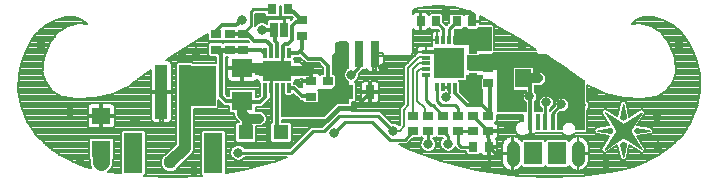
<source format=gbl>
G75*
G70*
%OFA0B0*%
%FSLAX24Y24*%
%IPPOS*%
%LPD*%
%AMOC8*
5,1,8,0,0,1.08239X$1,22.5*
%
%ADD10C,0.0010*%
%ADD11R,0.0118X0.0295*%
%ADD12R,0.0295X0.0118*%
%ADD13R,0.0984X0.0984*%
%ADD14R,0.0117X0.0335*%
%ADD15R,0.0945X0.0650*%
%ADD16R,0.0276X0.0110*%
%ADD17R,0.0512X0.0512*%
%ADD18R,0.0354X0.0276*%
%ADD19R,0.0276X0.0354*%
%ADD20R,0.0315X0.0472*%
%ADD21R,0.0394X0.1811*%
%ADD22R,0.0630X0.1339*%
%ADD23R,0.0630X0.0551*%
%ADD24R,0.0551X0.0630*%
%ADD25R,0.0709X0.0630*%
%ADD26R,0.0157X0.0531*%
%ADD27R,0.0591X0.0748*%
%ADD28C,0.0437*%
%ADD29R,0.0250X0.0500*%
%ADD30R,0.0315X0.0866*%
%ADD31C,0.0080*%
%ADD32C,0.0320*%
%ADD33C,0.0120*%
%ADD34C,0.0100*%
%ADD35C,0.0320*%
%ADD36C,0.0160*%
%ADD37C,0.0318*%
%ADD38C,0.0060*%
%ADD39C,0.0560*%
%ADD40C,0.0436*%
%ADD41C,0.0400*%
D10*
X007250Y003600D02*
X007250Y004900D01*
X008400Y004900D01*
X008400Y003600D01*
X007250Y003600D01*
X007250Y003608D02*
X008400Y003608D01*
X008400Y003616D02*
X007250Y003616D01*
X007250Y003625D02*
X008400Y003625D01*
X008400Y003633D02*
X007250Y003633D01*
X007250Y003642D02*
X008400Y003642D01*
X008400Y003650D02*
X007250Y003650D01*
X007250Y003659D02*
X008400Y003659D01*
X008400Y003667D02*
X007250Y003667D01*
X007250Y003676D02*
X008400Y003676D01*
X008400Y003684D02*
X007250Y003684D01*
X007250Y003693D02*
X008400Y003693D01*
X008400Y003701D02*
X007250Y003701D01*
X007250Y003710D02*
X008400Y003710D01*
X008400Y003718D02*
X007250Y003718D01*
X007250Y003727D02*
X008400Y003727D01*
X008400Y003735D02*
X007250Y003735D01*
X007250Y003744D02*
X008400Y003744D01*
X008400Y003752D02*
X007250Y003752D01*
X007250Y003761D02*
X008400Y003761D01*
X008400Y003769D02*
X007250Y003769D01*
X007250Y003778D02*
X008400Y003778D01*
X008400Y003786D02*
X007250Y003786D01*
X007250Y003795D02*
X008400Y003795D01*
X008400Y003803D02*
X007250Y003803D01*
X007250Y003812D02*
X008400Y003812D01*
X008400Y003820D02*
X007250Y003820D01*
X007250Y003829D02*
X008400Y003829D01*
X008400Y003837D02*
X007250Y003837D01*
X007250Y003846D02*
X008400Y003846D01*
X008400Y003854D02*
X007250Y003854D01*
X007250Y003863D02*
X008400Y003863D01*
X008400Y003871D02*
X007250Y003871D01*
X007250Y003880D02*
X008400Y003880D01*
X008400Y003888D02*
X007250Y003888D01*
X007250Y003897D02*
X008400Y003897D01*
X008400Y003905D02*
X007250Y003905D01*
X007250Y003914D02*
X008400Y003914D01*
X008400Y003922D02*
X007250Y003922D01*
X007250Y003931D02*
X008400Y003931D01*
X008400Y003939D02*
X007250Y003939D01*
X007250Y003948D02*
X008400Y003948D01*
X008400Y003956D02*
X007250Y003956D01*
X007250Y003965D02*
X008400Y003965D01*
X008400Y003973D02*
X007250Y003973D01*
X007250Y003982D02*
X008400Y003982D01*
X008400Y003990D02*
X007250Y003990D01*
X007250Y003999D02*
X008400Y003999D01*
X008400Y004007D02*
X007250Y004007D01*
X007250Y004016D02*
X008400Y004016D01*
X008400Y004024D02*
X007250Y004024D01*
X007250Y004033D02*
X008400Y004033D01*
X008400Y004041D02*
X007250Y004041D01*
X007250Y004050D02*
X008400Y004050D01*
X008400Y004058D02*
X007250Y004058D01*
X007250Y004067D02*
X008400Y004067D01*
X008400Y004075D02*
X007250Y004075D01*
X007250Y004084D02*
X008400Y004084D01*
X008400Y004092D02*
X007250Y004092D01*
X007250Y004101D02*
X008400Y004101D01*
X008400Y004109D02*
X007250Y004109D01*
X007250Y004118D02*
X008400Y004118D01*
X008400Y004126D02*
X007250Y004126D01*
X007250Y004135D02*
X008400Y004135D01*
X008400Y004143D02*
X007250Y004143D01*
X007250Y004152D02*
X008400Y004152D01*
X008400Y004160D02*
X007250Y004160D01*
X007250Y004169D02*
X008400Y004169D01*
X008400Y004177D02*
X007250Y004177D01*
X007250Y004186D02*
X008400Y004186D01*
X008400Y004194D02*
X007250Y004194D01*
X007250Y004203D02*
X008400Y004203D01*
X008400Y004211D02*
X007250Y004211D01*
X007250Y004220D02*
X008400Y004220D01*
X008400Y004228D02*
X007250Y004228D01*
X007250Y004237D02*
X008400Y004237D01*
X008400Y004245D02*
X007250Y004245D01*
X007250Y004254D02*
X008400Y004254D01*
X008400Y004262D02*
X007250Y004262D01*
X007250Y004271D02*
X008400Y004271D01*
X008400Y004279D02*
X007250Y004279D01*
X007250Y004288D02*
X008400Y004288D01*
X008400Y004296D02*
X007250Y004296D01*
X007250Y004305D02*
X008400Y004305D01*
X008400Y004313D02*
X007250Y004313D01*
X007250Y004322D02*
X008400Y004322D01*
X008400Y004330D02*
X007250Y004330D01*
X007250Y004339D02*
X008400Y004339D01*
X008400Y004347D02*
X007250Y004347D01*
X007250Y004356D02*
X008400Y004356D01*
X008400Y004364D02*
X007250Y004364D01*
X007250Y004373D02*
X008400Y004373D01*
X008400Y004381D02*
X007250Y004381D01*
X007250Y004390D02*
X008400Y004390D01*
X008400Y004398D02*
X007250Y004398D01*
X007250Y004407D02*
X008400Y004407D01*
X008400Y004415D02*
X007250Y004415D01*
X007250Y004424D02*
X008400Y004424D01*
X008400Y004432D02*
X007250Y004432D01*
X007250Y004441D02*
X008400Y004441D01*
X008400Y004449D02*
X007250Y004449D01*
X007250Y004458D02*
X008400Y004458D01*
X008400Y004466D02*
X007250Y004466D01*
X007250Y004475D02*
X008400Y004475D01*
X008400Y004483D02*
X007250Y004483D01*
X007250Y004492D02*
X008400Y004492D01*
X008400Y004500D02*
X007250Y004500D01*
X007250Y004509D02*
X008400Y004509D01*
X008400Y004517D02*
X007250Y004517D01*
X007250Y004526D02*
X008400Y004526D01*
X008400Y004534D02*
X007250Y004534D01*
X007250Y004543D02*
X008400Y004543D01*
X008400Y004551D02*
X007250Y004551D01*
X007250Y004560D02*
X008400Y004560D01*
X008400Y004568D02*
X007250Y004568D01*
X007250Y004577D02*
X008400Y004577D01*
X008400Y004585D02*
X007250Y004585D01*
X007250Y004594D02*
X008400Y004594D01*
X008400Y004602D02*
X007250Y004602D01*
X007250Y004611D02*
X008400Y004611D01*
X008400Y004619D02*
X007250Y004619D01*
X007250Y004628D02*
X008400Y004628D01*
X008400Y004636D02*
X007250Y004636D01*
X007250Y004645D02*
X008400Y004645D01*
X008400Y004653D02*
X007250Y004653D01*
X007250Y004662D02*
X008400Y004662D01*
X008400Y004670D02*
X007250Y004670D01*
X007250Y004679D02*
X008400Y004679D01*
X008400Y004687D02*
X007250Y004687D01*
X007250Y004696D02*
X008400Y004696D01*
X008400Y004704D02*
X007250Y004704D01*
X007250Y004713D02*
X008400Y004713D01*
X008400Y004721D02*
X007250Y004721D01*
X007250Y004730D02*
X008400Y004730D01*
X008400Y004738D02*
X007250Y004738D01*
X007250Y004747D02*
X008400Y004747D01*
X008400Y004755D02*
X007250Y004755D01*
X007250Y004764D02*
X008400Y004764D01*
X008400Y004772D02*
X007250Y004772D01*
X007250Y004781D02*
X008400Y004781D01*
X008400Y004789D02*
X007250Y004789D01*
X007250Y004798D02*
X008400Y004798D01*
X008400Y004806D02*
X007250Y004806D01*
X007250Y004815D02*
X008400Y004815D01*
X008400Y004823D02*
X007250Y004823D01*
X007250Y004832D02*
X008400Y004832D01*
X008400Y004840D02*
X007250Y004840D01*
X007250Y004849D02*
X008400Y004849D01*
X008400Y004857D02*
X007250Y004857D01*
X007250Y004866D02*
X008400Y004866D01*
X008400Y004874D02*
X007250Y004874D01*
X007250Y004883D02*
X008400Y004883D01*
X008400Y004891D02*
X007250Y004891D01*
X007250Y004900D02*
X008400Y004900D01*
X016350Y005650D02*
X016350Y006143D01*
X016365Y006158D01*
X016609Y006158D01*
X016647Y006196D01*
X016647Y006200D01*
X016753Y006200D01*
X016753Y006196D01*
X016791Y006158D01*
X017121Y006158D01*
X017159Y006196D01*
X017159Y006200D01*
X017600Y006200D01*
X017600Y005450D01*
X016850Y005450D01*
X016850Y005650D01*
X016350Y005650D01*
X016350Y005656D02*
X017600Y005656D01*
X017600Y005648D02*
X016850Y005648D01*
X016850Y005639D02*
X017600Y005639D01*
X017600Y005631D02*
X016850Y005631D01*
X016850Y005622D02*
X017600Y005622D01*
X017600Y005614D02*
X016850Y005614D01*
X016850Y005605D02*
X017600Y005605D01*
X017600Y005597D02*
X016850Y005597D01*
X016850Y005588D02*
X017600Y005588D01*
X017600Y005580D02*
X016850Y005580D01*
X016850Y005571D02*
X017600Y005571D01*
X017600Y005563D02*
X016850Y005563D01*
X016850Y005554D02*
X017600Y005554D01*
X017600Y005546D02*
X016850Y005546D01*
X016850Y005537D02*
X017600Y005537D01*
X017600Y005529D02*
X016850Y005529D01*
X016850Y005520D02*
X017600Y005520D01*
X017600Y005512D02*
X016850Y005512D01*
X016850Y005503D02*
X017600Y005503D01*
X017600Y005495D02*
X016850Y005495D01*
X016850Y005486D02*
X017600Y005486D01*
X017600Y005478D02*
X016850Y005478D01*
X016850Y005469D02*
X017600Y005469D01*
X017600Y005461D02*
X016850Y005461D01*
X016850Y005452D02*
X017600Y005452D01*
X017600Y005665D02*
X016350Y005665D01*
X016350Y005673D02*
X017600Y005673D01*
X017600Y005682D02*
X016350Y005682D01*
X016350Y005690D02*
X017600Y005690D01*
X017600Y005699D02*
X016350Y005699D01*
X016350Y005707D02*
X017600Y005707D01*
X017600Y005716D02*
X016350Y005716D01*
X016350Y005724D02*
X017600Y005724D01*
X017600Y005733D02*
X016350Y005733D01*
X016350Y005741D02*
X017600Y005741D01*
X017600Y005750D02*
X016350Y005750D01*
X016350Y005758D02*
X017600Y005758D01*
X017600Y005767D02*
X016350Y005767D01*
X016350Y005775D02*
X017600Y005775D01*
X017600Y005784D02*
X016350Y005784D01*
X016350Y005792D02*
X017600Y005792D01*
X017600Y005801D02*
X016350Y005801D01*
X016350Y005809D02*
X017600Y005809D01*
X017600Y005818D02*
X016350Y005818D01*
X016350Y005826D02*
X017600Y005826D01*
X017600Y005835D02*
X016350Y005835D01*
X016350Y005843D02*
X017600Y005843D01*
X017600Y005852D02*
X016350Y005852D01*
X016350Y005860D02*
X017600Y005860D01*
X017600Y005869D02*
X016350Y005869D01*
X016350Y005877D02*
X017600Y005877D01*
X017600Y005886D02*
X016350Y005886D01*
X016350Y005894D02*
X017600Y005894D01*
X017600Y005903D02*
X016350Y005903D01*
X016350Y005911D02*
X017600Y005911D01*
X017600Y005920D02*
X016350Y005920D01*
X016350Y005928D02*
X017600Y005928D01*
X017600Y005937D02*
X016350Y005937D01*
X016350Y005945D02*
X017600Y005945D01*
X017600Y005954D02*
X016350Y005954D01*
X016350Y005962D02*
X017600Y005962D01*
X017600Y005971D02*
X016350Y005971D01*
X016350Y005979D02*
X017600Y005979D01*
X017600Y005988D02*
X016350Y005988D01*
X016350Y005996D02*
X017600Y005996D01*
X017600Y006005D02*
X016350Y006005D01*
X016350Y006013D02*
X017600Y006013D01*
X017600Y006022D02*
X016350Y006022D01*
X016350Y006030D02*
X017600Y006030D01*
X017600Y006039D02*
X016350Y006039D01*
X016350Y006047D02*
X017600Y006047D01*
X017600Y006056D02*
X016350Y006056D01*
X016350Y006064D02*
X017600Y006064D01*
X017600Y006073D02*
X016350Y006073D01*
X016350Y006081D02*
X017600Y006081D01*
X017600Y006090D02*
X016350Y006090D01*
X016350Y006098D02*
X017600Y006098D01*
X017600Y006107D02*
X016350Y006107D01*
X016350Y006115D02*
X017600Y006115D01*
X017600Y006124D02*
X016350Y006124D01*
X016350Y006132D02*
X017600Y006132D01*
X017600Y006141D02*
X016350Y006141D01*
X016356Y006149D02*
X017600Y006149D01*
X017600Y006158D02*
X016364Y006158D01*
X016617Y006166D02*
X016783Y006166D01*
X016774Y006175D02*
X016626Y006175D01*
X016634Y006183D02*
X016766Y006183D01*
X016757Y006192D02*
X016643Y006192D01*
X017129Y006166D02*
X017600Y006166D01*
X017600Y006175D02*
X017137Y006175D01*
X017146Y006183D02*
X017600Y006183D01*
X017600Y006192D02*
X017154Y006192D01*
X017192Y005300D02*
X019412Y005300D01*
X019939Y004963D01*
X020634Y004462D01*
X020700Y004412D01*
X020700Y002800D01*
X020391Y002800D01*
X020391Y002919D01*
X020700Y002919D01*
X020700Y002911D02*
X020391Y002911D01*
X020391Y002919D02*
X020260Y003050D01*
X020075Y003050D01*
X019945Y002919D01*
X019800Y002919D01*
X019800Y002911D02*
X019945Y002911D01*
X019945Y002919D02*
X019945Y002800D01*
X019800Y002800D01*
X019800Y003337D01*
X019879Y003416D01*
X020033Y003416D01*
X020164Y003547D01*
X020164Y003733D01*
X020033Y003864D01*
X019847Y003864D01*
X019716Y003733D01*
X019716Y003579D01*
X019541Y003404D01*
X019515Y003404D01*
X019515Y003400D02*
X019515Y003478D01*
X019644Y003607D01*
X019644Y003793D01*
X019513Y003924D01*
X019327Y003924D01*
X019196Y003793D01*
X019196Y003607D01*
X019285Y003518D01*
X019285Y003400D01*
X019013Y003400D01*
X019013Y003725D01*
X019095Y003807D01*
X019095Y003993D01*
X019013Y004075D01*
X019013Y004275D01*
X019263Y004275D01*
X019395Y004407D01*
X019395Y004593D01*
X019263Y004725D01*
X018989Y004725D01*
X018989Y004842D01*
X018951Y004880D01*
X018346Y004880D01*
X018308Y004842D01*
X018308Y004158D01*
X018346Y004120D01*
X018763Y004120D01*
X018763Y004111D01*
X018645Y003993D01*
X018645Y003807D01*
X018763Y003689D01*
X018763Y003400D01*
X017800Y003400D01*
X017800Y004800D01*
X016800Y004800D01*
X016800Y005282D01*
X016800Y005282D01*
X016813Y005270D01*
X016935Y005270D01*
X016936Y005269D01*
X017039Y005269D01*
X017040Y005270D01*
X017162Y005270D01*
X017192Y005300D01*
X017191Y005299D02*
X019413Y005299D01*
X019426Y005291D02*
X017183Y005291D01*
X017174Y005282D02*
X019440Y005282D01*
X019453Y005274D02*
X017166Y005274D01*
X016809Y005274D02*
X016800Y005274D01*
X016800Y005265D02*
X019466Y005265D01*
X019480Y005257D02*
X016800Y005257D01*
X016800Y005248D02*
X019493Y005248D01*
X019506Y005240D02*
X016800Y005240D01*
X016800Y005231D02*
X019520Y005231D01*
X019533Y005223D02*
X016800Y005223D01*
X016800Y005214D02*
X019546Y005214D01*
X019560Y005206D02*
X016800Y005206D01*
X016800Y005197D02*
X019573Y005197D01*
X019586Y005189D02*
X016800Y005189D01*
X016800Y005180D02*
X019600Y005180D01*
X019613Y005172D02*
X016800Y005172D01*
X016800Y005163D02*
X019626Y005163D01*
X019640Y005155D02*
X016800Y005155D01*
X016800Y005146D02*
X019653Y005146D01*
X019666Y005138D02*
X016800Y005138D01*
X016800Y005129D02*
X019679Y005129D01*
X019693Y005121D02*
X016800Y005121D01*
X016800Y005112D02*
X019706Y005112D01*
X019719Y005104D02*
X016800Y005104D01*
X016800Y005095D02*
X019733Y005095D01*
X019746Y005087D02*
X016800Y005087D01*
X016800Y005078D02*
X019759Y005078D01*
X019773Y005070D02*
X016800Y005070D01*
X016800Y005061D02*
X019786Y005061D01*
X019799Y005053D02*
X016800Y005053D01*
X016800Y005044D02*
X019813Y005044D01*
X019826Y005036D02*
X016800Y005036D01*
X016800Y005027D02*
X019839Y005027D01*
X019853Y005019D02*
X016800Y005019D01*
X016800Y005010D02*
X019866Y005010D01*
X019879Y005002D02*
X016800Y005002D01*
X016800Y004993D02*
X019893Y004993D01*
X019906Y004985D02*
X016800Y004985D01*
X016800Y004976D02*
X019919Y004976D01*
X019933Y004968D02*
X016800Y004968D01*
X016800Y004959D02*
X019945Y004959D01*
X019957Y004951D02*
X016800Y004951D01*
X016800Y004942D02*
X019969Y004942D01*
X019981Y004934D02*
X016800Y004934D01*
X016800Y004925D02*
X019992Y004925D01*
X020004Y004917D02*
X016800Y004917D01*
X016800Y004908D02*
X020016Y004908D01*
X020028Y004900D02*
X016800Y004900D01*
X016800Y004891D02*
X020039Y004891D01*
X020051Y004883D02*
X016800Y004883D01*
X016800Y004874D02*
X018340Y004874D01*
X018332Y004866D02*
X016800Y004866D01*
X016800Y004857D02*
X018323Y004857D01*
X018315Y004849D02*
X016800Y004849D01*
X016800Y004840D02*
X018308Y004840D01*
X018308Y004832D02*
X016800Y004832D01*
X016800Y004823D02*
X018308Y004823D01*
X018308Y004815D02*
X016800Y004815D01*
X016800Y004806D02*
X018308Y004806D01*
X018308Y004798D02*
X017800Y004798D01*
X017800Y004789D02*
X018308Y004789D01*
X018308Y004781D02*
X017800Y004781D01*
X017800Y004772D02*
X018308Y004772D01*
X018308Y004764D02*
X017800Y004764D01*
X017800Y004755D02*
X018308Y004755D01*
X018308Y004747D02*
X017800Y004747D01*
X017800Y004738D02*
X018308Y004738D01*
X018308Y004730D02*
X017800Y004730D01*
X017800Y004721D02*
X018308Y004721D01*
X018308Y004713D02*
X017800Y004713D01*
X017800Y004704D02*
X018308Y004704D01*
X018308Y004696D02*
X017800Y004696D01*
X017800Y004687D02*
X018308Y004687D01*
X018308Y004679D02*
X017800Y004679D01*
X017800Y004670D02*
X018308Y004670D01*
X018308Y004662D02*
X017800Y004662D01*
X017800Y004653D02*
X018308Y004653D01*
X018308Y004645D02*
X017800Y004645D01*
X017800Y004636D02*
X018308Y004636D01*
X018308Y004628D02*
X017800Y004628D01*
X017800Y004619D02*
X018308Y004619D01*
X018308Y004611D02*
X017800Y004611D01*
X017800Y004602D02*
X018308Y004602D01*
X018308Y004594D02*
X017800Y004594D01*
X017800Y004585D02*
X018308Y004585D01*
X018308Y004577D02*
X017800Y004577D01*
X017800Y004568D02*
X018308Y004568D01*
X018308Y004560D02*
X017800Y004560D01*
X017800Y004551D02*
X018308Y004551D01*
X018308Y004543D02*
X017800Y004543D01*
X017800Y004534D02*
X018308Y004534D01*
X018308Y004526D02*
X017800Y004526D01*
X017800Y004517D02*
X018308Y004517D01*
X018308Y004509D02*
X017800Y004509D01*
X017800Y004500D02*
X018308Y004500D01*
X018308Y004492D02*
X017800Y004492D01*
X017800Y004483D02*
X018308Y004483D01*
X018308Y004475D02*
X017800Y004475D01*
X017800Y004466D02*
X018308Y004466D01*
X018308Y004458D02*
X017800Y004458D01*
X017800Y004449D02*
X018308Y004449D01*
X018308Y004441D02*
X017800Y004441D01*
X017800Y004432D02*
X018308Y004432D01*
X018308Y004424D02*
X017800Y004424D01*
X017800Y004415D02*
X018308Y004415D01*
X018308Y004407D02*
X017800Y004407D01*
X017800Y004398D02*
X018308Y004398D01*
X018308Y004390D02*
X017800Y004390D01*
X017800Y004381D02*
X018308Y004381D01*
X018308Y004373D02*
X017800Y004373D01*
X017800Y004364D02*
X018308Y004364D01*
X018308Y004356D02*
X017800Y004356D01*
X017800Y004347D02*
X018308Y004347D01*
X018308Y004339D02*
X017800Y004339D01*
X017800Y004330D02*
X018308Y004330D01*
X018308Y004322D02*
X017800Y004322D01*
X017800Y004313D02*
X018308Y004313D01*
X018308Y004305D02*
X017800Y004305D01*
X017800Y004296D02*
X018308Y004296D01*
X018308Y004288D02*
X017800Y004288D01*
X017800Y004279D02*
X018308Y004279D01*
X018308Y004271D02*
X017800Y004271D01*
X017800Y004262D02*
X018308Y004262D01*
X018308Y004254D02*
X017800Y004254D01*
X017800Y004245D02*
X018308Y004245D01*
X018308Y004237D02*
X017800Y004237D01*
X017800Y004228D02*
X018308Y004228D01*
X018308Y004220D02*
X017800Y004220D01*
X017800Y004211D02*
X018308Y004211D01*
X018308Y004203D02*
X017800Y004203D01*
X017800Y004194D02*
X018308Y004194D01*
X018308Y004186D02*
X017800Y004186D01*
X017800Y004177D02*
X018308Y004177D01*
X018308Y004169D02*
X017800Y004169D01*
X017800Y004160D02*
X018308Y004160D01*
X018315Y004152D02*
X017800Y004152D01*
X017800Y004143D02*
X018323Y004143D01*
X018332Y004135D02*
X017800Y004135D01*
X017800Y004126D02*
X018340Y004126D01*
X018645Y003990D02*
X017800Y003990D01*
X017800Y003982D02*
X018645Y003982D01*
X018645Y003973D02*
X017800Y003973D01*
X017800Y003965D02*
X018645Y003965D01*
X018645Y003956D02*
X017800Y003956D01*
X017800Y003948D02*
X018645Y003948D01*
X018645Y003939D02*
X017800Y003939D01*
X017800Y003931D02*
X018645Y003931D01*
X018645Y003922D02*
X017800Y003922D01*
X017800Y003914D02*
X018645Y003914D01*
X018645Y003905D02*
X017800Y003905D01*
X017800Y003897D02*
X018645Y003897D01*
X018645Y003888D02*
X017800Y003888D01*
X017800Y003880D02*
X018645Y003880D01*
X018645Y003871D02*
X017800Y003871D01*
X017800Y003863D02*
X018645Y003863D01*
X018645Y003854D02*
X017800Y003854D01*
X017800Y003846D02*
X018645Y003846D01*
X018645Y003837D02*
X017800Y003837D01*
X017800Y003829D02*
X018645Y003829D01*
X018645Y003820D02*
X017800Y003820D01*
X017800Y003812D02*
X018645Y003812D01*
X018649Y003803D02*
X017800Y003803D01*
X017800Y003795D02*
X018657Y003795D01*
X018666Y003786D02*
X017800Y003786D01*
X017800Y003778D02*
X018674Y003778D01*
X018683Y003769D02*
X017800Y003769D01*
X017800Y003761D02*
X018691Y003761D01*
X018700Y003752D02*
X017800Y003752D01*
X017800Y003744D02*
X018708Y003744D01*
X018717Y003735D02*
X017800Y003735D01*
X017800Y003727D02*
X018725Y003727D01*
X018734Y003718D02*
X017800Y003718D01*
X017800Y003710D02*
X018742Y003710D01*
X018751Y003701D02*
X017800Y003701D01*
X017800Y003693D02*
X018759Y003693D01*
X018763Y003684D02*
X017800Y003684D01*
X017800Y003676D02*
X018763Y003676D01*
X018763Y003667D02*
X017800Y003667D01*
X017800Y003659D02*
X018763Y003659D01*
X018763Y003650D02*
X017800Y003650D01*
X017800Y003642D02*
X018763Y003642D01*
X018763Y003633D02*
X017800Y003633D01*
X017800Y003625D02*
X018763Y003625D01*
X018763Y003616D02*
X017800Y003616D01*
X017800Y003608D02*
X018763Y003608D01*
X018763Y003599D02*
X017800Y003599D01*
X017800Y003591D02*
X018763Y003591D01*
X018763Y003582D02*
X017800Y003582D01*
X017800Y003574D02*
X018763Y003574D01*
X018763Y003565D02*
X017800Y003565D01*
X017800Y003557D02*
X018763Y003557D01*
X018763Y003548D02*
X017800Y003548D01*
X017800Y003540D02*
X018763Y003540D01*
X018763Y003531D02*
X017800Y003531D01*
X017800Y003523D02*
X018763Y003523D01*
X018763Y003514D02*
X017800Y003514D01*
X017800Y003506D02*
X018763Y003506D01*
X018763Y003497D02*
X017800Y003497D01*
X017800Y003489D02*
X018763Y003489D01*
X018763Y003480D02*
X017800Y003480D01*
X017800Y003472D02*
X018763Y003472D01*
X018763Y003463D02*
X017800Y003463D01*
X017800Y003455D02*
X018763Y003455D01*
X018763Y003446D02*
X017800Y003446D01*
X017800Y003438D02*
X018763Y003438D01*
X018763Y003429D02*
X017800Y003429D01*
X017800Y003421D02*
X018763Y003421D01*
X018763Y003412D02*
X017800Y003412D01*
X017800Y003404D02*
X018763Y003404D01*
X019013Y003404D02*
X019285Y003404D01*
X019285Y003412D02*
X019013Y003412D01*
X019013Y003421D02*
X019285Y003421D01*
X019285Y003429D02*
X019013Y003429D01*
X019013Y003438D02*
X019285Y003438D01*
X019285Y003446D02*
X019013Y003446D01*
X019013Y003455D02*
X019285Y003455D01*
X019285Y003463D02*
X019013Y003463D01*
X019013Y003472D02*
X019285Y003472D01*
X019285Y003480D02*
X019013Y003480D01*
X019013Y003489D02*
X019285Y003489D01*
X019285Y003497D02*
X019013Y003497D01*
X019013Y003506D02*
X019285Y003506D01*
X019285Y003514D02*
X019013Y003514D01*
X019013Y003523D02*
X019281Y003523D01*
X019272Y003531D02*
X019013Y003531D01*
X019013Y003540D02*
X019264Y003540D01*
X019255Y003548D02*
X019013Y003548D01*
X019013Y003557D02*
X019247Y003557D01*
X019238Y003565D02*
X019013Y003565D01*
X019013Y003574D02*
X019230Y003574D01*
X019221Y003582D02*
X019013Y003582D01*
X019013Y003591D02*
X019213Y003591D01*
X019204Y003599D02*
X019013Y003599D01*
X019013Y003608D02*
X019196Y003608D01*
X019196Y003616D02*
X019013Y003616D01*
X019013Y003625D02*
X019196Y003625D01*
X019196Y003633D02*
X019013Y003633D01*
X019013Y003642D02*
X019196Y003642D01*
X019196Y003650D02*
X019013Y003650D01*
X019013Y003659D02*
X019196Y003659D01*
X019196Y003667D02*
X019013Y003667D01*
X019013Y003676D02*
X019196Y003676D01*
X019196Y003684D02*
X019013Y003684D01*
X019013Y003693D02*
X019196Y003693D01*
X019196Y003701D02*
X019013Y003701D01*
X019013Y003710D02*
X019196Y003710D01*
X019196Y003718D02*
X019013Y003718D01*
X019015Y003727D02*
X019196Y003727D01*
X019196Y003735D02*
X019023Y003735D01*
X019032Y003744D02*
X019196Y003744D01*
X019196Y003752D02*
X019040Y003752D01*
X019049Y003761D02*
X019196Y003761D01*
X019196Y003769D02*
X019057Y003769D01*
X019066Y003778D02*
X019196Y003778D01*
X019196Y003786D02*
X019074Y003786D01*
X019083Y003795D02*
X019198Y003795D01*
X019206Y003803D02*
X019091Y003803D01*
X019095Y003812D02*
X019215Y003812D01*
X019223Y003820D02*
X019095Y003820D01*
X019095Y003829D02*
X019232Y003829D01*
X019240Y003837D02*
X019095Y003837D01*
X019095Y003846D02*
X019249Y003846D01*
X019257Y003854D02*
X019095Y003854D01*
X019095Y003863D02*
X019266Y003863D01*
X019274Y003871D02*
X019095Y003871D01*
X019095Y003880D02*
X019283Y003880D01*
X019291Y003888D02*
X019095Y003888D01*
X019095Y003897D02*
X019300Y003897D01*
X019308Y003905D02*
X019095Y003905D01*
X019095Y003914D02*
X019317Y003914D01*
X019325Y003922D02*
X019095Y003922D01*
X019095Y003931D02*
X020700Y003931D01*
X020700Y003939D02*
X019095Y003939D01*
X019095Y003948D02*
X020700Y003948D01*
X020700Y003956D02*
X019095Y003956D01*
X019095Y003965D02*
X020700Y003965D01*
X020700Y003973D02*
X019095Y003973D01*
X019095Y003982D02*
X020700Y003982D01*
X020700Y003990D02*
X019095Y003990D01*
X019090Y003999D02*
X020700Y003999D01*
X020700Y004007D02*
X019081Y004007D01*
X019073Y004016D02*
X020700Y004016D01*
X020700Y004024D02*
X019064Y004024D01*
X019056Y004033D02*
X020700Y004033D01*
X020700Y004041D02*
X019047Y004041D01*
X019039Y004050D02*
X020700Y004050D01*
X020700Y004058D02*
X019030Y004058D01*
X019022Y004067D02*
X020700Y004067D01*
X020700Y004075D02*
X019013Y004075D01*
X019013Y004084D02*
X020700Y004084D01*
X020700Y004092D02*
X019013Y004092D01*
X019013Y004101D02*
X020700Y004101D01*
X020700Y004109D02*
X019013Y004109D01*
X019013Y004118D02*
X020700Y004118D01*
X020700Y004126D02*
X019013Y004126D01*
X019013Y004135D02*
X020700Y004135D01*
X020700Y004143D02*
X019013Y004143D01*
X019013Y004152D02*
X020700Y004152D01*
X020700Y004160D02*
X019013Y004160D01*
X019013Y004169D02*
X020700Y004169D01*
X020700Y004177D02*
X019013Y004177D01*
X019013Y004186D02*
X020700Y004186D01*
X020700Y004194D02*
X019013Y004194D01*
X019013Y004203D02*
X020700Y004203D01*
X020700Y004211D02*
X019013Y004211D01*
X019013Y004220D02*
X020700Y004220D01*
X020700Y004228D02*
X019013Y004228D01*
X019013Y004237D02*
X020700Y004237D01*
X020700Y004245D02*
X019013Y004245D01*
X019013Y004254D02*
X020700Y004254D01*
X020700Y004262D02*
X019013Y004262D01*
X019013Y004271D02*
X020700Y004271D01*
X020700Y004279D02*
X019267Y004279D01*
X019276Y004288D02*
X020700Y004288D01*
X020700Y004296D02*
X019284Y004296D01*
X019293Y004305D02*
X020700Y004305D01*
X020700Y004313D02*
X019301Y004313D01*
X019310Y004322D02*
X020700Y004322D01*
X020700Y004330D02*
X019318Y004330D01*
X019327Y004339D02*
X020700Y004339D01*
X020700Y004347D02*
X019335Y004347D01*
X019344Y004356D02*
X020700Y004356D01*
X020700Y004364D02*
X019352Y004364D01*
X019361Y004373D02*
X020700Y004373D01*
X020700Y004381D02*
X019369Y004381D01*
X019378Y004390D02*
X020700Y004390D01*
X020700Y004398D02*
X019386Y004398D01*
X019395Y004407D02*
X020700Y004407D01*
X020696Y004415D02*
X019395Y004415D01*
X019395Y004424D02*
X020685Y004424D01*
X020674Y004432D02*
X019395Y004432D01*
X019395Y004441D02*
X020662Y004441D01*
X020651Y004449D02*
X019395Y004449D01*
X019395Y004458D02*
X020640Y004458D01*
X020634Y004462D02*
X020634Y004462D01*
X020628Y004466D02*
X019395Y004466D01*
X019395Y004475D02*
X020617Y004475D01*
X020605Y004483D02*
X019395Y004483D01*
X019395Y004492D02*
X020593Y004492D01*
X020581Y004500D02*
X019395Y004500D01*
X019395Y004509D02*
X020569Y004509D01*
X020558Y004517D02*
X019395Y004517D01*
X019395Y004526D02*
X020546Y004526D01*
X020534Y004534D02*
X019395Y004534D01*
X019395Y004543D02*
X020522Y004543D01*
X020511Y004551D02*
X019395Y004551D01*
X019395Y004560D02*
X020499Y004560D01*
X020487Y004568D02*
X019395Y004568D01*
X019395Y004577D02*
X020475Y004577D01*
X020463Y004585D02*
X019395Y004585D01*
X019395Y004594D02*
X020452Y004594D01*
X020440Y004602D02*
X019386Y004602D01*
X019378Y004611D02*
X020428Y004611D01*
X020416Y004619D02*
X019369Y004619D01*
X019361Y004628D02*
X020405Y004628D01*
X020393Y004636D02*
X019352Y004636D01*
X019344Y004645D02*
X020381Y004645D01*
X020369Y004653D02*
X019335Y004653D01*
X019327Y004662D02*
X020357Y004662D01*
X020346Y004670D02*
X019318Y004670D01*
X019310Y004679D02*
X020334Y004679D01*
X020322Y004687D02*
X019301Y004687D01*
X019293Y004696D02*
X020310Y004696D01*
X020299Y004704D02*
X019284Y004704D01*
X019276Y004713D02*
X020287Y004713D01*
X020275Y004721D02*
X019267Y004721D01*
X018989Y004730D02*
X020263Y004730D01*
X020251Y004738D02*
X018989Y004738D01*
X018989Y004747D02*
X020240Y004747D01*
X020228Y004755D02*
X018989Y004755D01*
X018989Y004764D02*
X020216Y004764D01*
X020204Y004772D02*
X018989Y004772D01*
X018989Y004781D02*
X020193Y004781D01*
X020181Y004789D02*
X018989Y004789D01*
X018989Y004798D02*
X020169Y004798D01*
X020157Y004806D02*
X018989Y004806D01*
X018989Y004815D02*
X020145Y004815D01*
X020134Y004823D02*
X018989Y004823D01*
X018989Y004832D02*
X020122Y004832D01*
X020110Y004840D02*
X018989Y004840D01*
X018983Y004849D02*
X020098Y004849D01*
X020087Y004857D02*
X018974Y004857D01*
X018966Y004866D02*
X020075Y004866D01*
X020063Y004874D02*
X018957Y004874D01*
X018763Y004118D02*
X017800Y004118D01*
X017800Y004109D02*
X018761Y004109D01*
X018752Y004101D02*
X017800Y004101D01*
X017800Y004092D02*
X018744Y004092D01*
X018735Y004084D02*
X017800Y004084D01*
X017800Y004075D02*
X018727Y004075D01*
X018718Y004067D02*
X017800Y004067D01*
X017800Y004058D02*
X018710Y004058D01*
X018701Y004050D02*
X017800Y004050D01*
X017800Y004041D02*
X018693Y004041D01*
X018684Y004033D02*
X017800Y004033D01*
X017800Y004024D02*
X018676Y004024D01*
X018667Y004016D02*
X017800Y004016D01*
X017800Y004007D02*
X018659Y004007D01*
X018650Y003999D02*
X017800Y003999D01*
X017300Y003999D02*
X016578Y003999D01*
X016570Y004007D02*
X017300Y004007D01*
X017300Y004016D02*
X016561Y004016D01*
X016553Y004024D02*
X017300Y004024D01*
X017300Y004033D02*
X016544Y004033D01*
X016536Y004041D02*
X017300Y004041D01*
X017300Y004050D02*
X016527Y004050D01*
X016522Y004055D02*
X016852Y003725D01*
X017300Y003725D01*
X017300Y004141D01*
X017296Y004141D01*
X017258Y004179D01*
X017258Y004509D01*
X017296Y004547D01*
X017300Y004547D01*
X017300Y004600D01*
X016757Y004600D01*
X016757Y004481D01*
X016719Y004443D01*
X016500Y004443D01*
X016500Y004408D01*
X016521Y004387D01*
X016521Y004265D01*
X016522Y004264D01*
X016522Y004055D01*
X016522Y004058D02*
X017300Y004058D01*
X017300Y004067D02*
X016522Y004067D01*
X016522Y004075D02*
X017300Y004075D01*
X017300Y004084D02*
X016522Y004084D01*
X016522Y004092D02*
X017300Y004092D01*
X017300Y004101D02*
X016522Y004101D01*
X016522Y004109D02*
X017300Y004109D01*
X017300Y004118D02*
X016522Y004118D01*
X016522Y004126D02*
X017300Y004126D01*
X017300Y004135D02*
X016522Y004135D01*
X016522Y004143D02*
X017294Y004143D01*
X017286Y004152D02*
X016522Y004152D01*
X016522Y004160D02*
X017277Y004160D01*
X017269Y004169D02*
X016522Y004169D01*
X016522Y004177D02*
X017260Y004177D01*
X017258Y004186D02*
X016522Y004186D01*
X016522Y004194D02*
X017258Y004194D01*
X017258Y004203D02*
X016522Y004203D01*
X016522Y004211D02*
X017258Y004211D01*
X017258Y004220D02*
X016522Y004220D01*
X016522Y004228D02*
X017258Y004228D01*
X017258Y004237D02*
X016522Y004237D01*
X016522Y004245D02*
X017258Y004245D01*
X017258Y004254D02*
X016522Y004254D01*
X016522Y004262D02*
X017258Y004262D01*
X017258Y004271D02*
X016521Y004271D01*
X016521Y004279D02*
X017258Y004279D01*
X017258Y004288D02*
X016521Y004288D01*
X016521Y004296D02*
X017258Y004296D01*
X017258Y004305D02*
X016521Y004305D01*
X016521Y004313D02*
X017258Y004313D01*
X017258Y004322D02*
X016521Y004322D01*
X016521Y004330D02*
X017258Y004330D01*
X017258Y004339D02*
X016521Y004339D01*
X016521Y004347D02*
X017258Y004347D01*
X017258Y004356D02*
X016521Y004356D01*
X016521Y004364D02*
X017258Y004364D01*
X017258Y004373D02*
X016521Y004373D01*
X016521Y004381D02*
X017258Y004381D01*
X017258Y004390D02*
X016518Y004390D01*
X016510Y004398D02*
X017258Y004398D01*
X017258Y004407D02*
X016501Y004407D01*
X016500Y004415D02*
X017258Y004415D01*
X017258Y004424D02*
X016500Y004424D01*
X016500Y004432D02*
X017258Y004432D01*
X017258Y004441D02*
X016500Y004441D01*
X016725Y004449D02*
X017258Y004449D01*
X017258Y004458D02*
X016734Y004458D01*
X016742Y004466D02*
X017258Y004466D01*
X017258Y004475D02*
X016751Y004475D01*
X016757Y004483D02*
X017258Y004483D01*
X017258Y004492D02*
X016757Y004492D01*
X016757Y004500D02*
X017258Y004500D01*
X017258Y004509D02*
X016757Y004509D01*
X016757Y004517D02*
X017266Y004517D01*
X017275Y004526D02*
X016757Y004526D01*
X016757Y004534D02*
X017283Y004534D01*
X017292Y004543D02*
X016757Y004543D01*
X016757Y004551D02*
X017300Y004551D01*
X017300Y004560D02*
X016757Y004560D01*
X016757Y004568D02*
X017300Y004568D01*
X017300Y004577D02*
X016757Y004577D01*
X016757Y004585D02*
X017300Y004585D01*
X017300Y004594D02*
X016757Y004594D01*
X016587Y003990D02*
X017300Y003990D01*
X017300Y003982D02*
X016595Y003982D01*
X016604Y003973D02*
X017300Y003973D01*
X017300Y003965D02*
X016612Y003965D01*
X016621Y003956D02*
X017300Y003956D01*
X017300Y003948D02*
X016629Y003948D01*
X016638Y003939D02*
X017300Y003939D01*
X017300Y003931D02*
X016646Y003931D01*
X016655Y003922D02*
X017300Y003922D01*
X017300Y003914D02*
X016663Y003914D01*
X016672Y003905D02*
X017300Y003905D01*
X017300Y003897D02*
X016680Y003897D01*
X016689Y003888D02*
X017300Y003888D01*
X017300Y003880D02*
X016697Y003880D01*
X016706Y003871D02*
X017300Y003871D01*
X017300Y003863D02*
X016714Y003863D01*
X016723Y003854D02*
X017300Y003854D01*
X017300Y003846D02*
X016731Y003846D01*
X016740Y003837D02*
X017300Y003837D01*
X017300Y003829D02*
X016748Y003829D01*
X016757Y003820D02*
X017300Y003820D01*
X017300Y003812D02*
X016765Y003812D01*
X016774Y003803D02*
X017300Y003803D01*
X017300Y003795D02*
X016782Y003795D01*
X016791Y003786D02*
X017300Y003786D01*
X017300Y003778D02*
X016799Y003778D01*
X016808Y003769D02*
X017300Y003769D01*
X017300Y003761D02*
X016816Y003761D01*
X016825Y003752D02*
X017300Y003752D01*
X017300Y003744D02*
X016833Y003744D01*
X016842Y003735D02*
X017300Y003735D01*
X017300Y003727D02*
X016850Y003727D01*
X019515Y003922D02*
X020700Y003922D01*
X020700Y003914D02*
X019523Y003914D01*
X019532Y003905D02*
X020700Y003905D01*
X020700Y003897D02*
X019540Y003897D01*
X019549Y003888D02*
X020700Y003888D01*
X020700Y003880D02*
X019557Y003880D01*
X019566Y003871D02*
X020700Y003871D01*
X020700Y003863D02*
X020034Y003863D01*
X020043Y003854D02*
X020700Y003854D01*
X020700Y003846D02*
X020051Y003846D01*
X020060Y003837D02*
X020700Y003837D01*
X020700Y003829D02*
X020068Y003829D01*
X020077Y003820D02*
X020700Y003820D01*
X020700Y003812D02*
X020085Y003812D01*
X020094Y003803D02*
X020700Y003803D01*
X020700Y003795D02*
X020102Y003795D01*
X020111Y003786D02*
X020700Y003786D01*
X020700Y003778D02*
X020119Y003778D01*
X020128Y003769D02*
X020700Y003769D01*
X020700Y003761D02*
X020136Y003761D01*
X020145Y003752D02*
X020700Y003752D01*
X020700Y003744D02*
X020153Y003744D01*
X020162Y003735D02*
X020700Y003735D01*
X020700Y003727D02*
X020164Y003727D01*
X020164Y003718D02*
X020700Y003718D01*
X020700Y003710D02*
X020164Y003710D01*
X020164Y003701D02*
X020700Y003701D01*
X020700Y003693D02*
X020164Y003693D01*
X020164Y003684D02*
X020700Y003684D01*
X020700Y003676D02*
X020164Y003676D01*
X020164Y003667D02*
X020700Y003667D01*
X020700Y003659D02*
X020164Y003659D01*
X020164Y003650D02*
X020700Y003650D01*
X020700Y003642D02*
X020164Y003642D01*
X020164Y003633D02*
X020700Y003633D01*
X020700Y003625D02*
X020164Y003625D01*
X020164Y003616D02*
X020700Y003616D01*
X020700Y003608D02*
X020164Y003608D01*
X020164Y003599D02*
X020700Y003599D01*
X020700Y003591D02*
X020164Y003591D01*
X020164Y003582D02*
X020700Y003582D01*
X020700Y003574D02*
X020164Y003574D01*
X020164Y003565D02*
X020700Y003565D01*
X020700Y003557D02*
X020164Y003557D01*
X020164Y003548D02*
X020700Y003548D01*
X020700Y003540D02*
X020156Y003540D01*
X020148Y003531D02*
X020700Y003531D01*
X020700Y003523D02*
X020139Y003523D01*
X020131Y003514D02*
X020700Y003514D01*
X020700Y003506D02*
X020122Y003506D01*
X020114Y003497D02*
X020700Y003497D01*
X020700Y003489D02*
X020105Y003489D01*
X020097Y003480D02*
X020700Y003480D01*
X020700Y003472D02*
X020088Y003472D01*
X020080Y003463D02*
X020700Y003463D01*
X020700Y003455D02*
X020071Y003455D01*
X020063Y003446D02*
X020700Y003446D01*
X020700Y003438D02*
X020054Y003438D01*
X020046Y003429D02*
X020700Y003429D01*
X020700Y003421D02*
X020037Y003421D01*
X019875Y003412D02*
X020700Y003412D01*
X020700Y003404D02*
X019866Y003404D01*
X019858Y003395D02*
X020700Y003395D01*
X020700Y003387D02*
X019849Y003387D01*
X019841Y003378D02*
X020700Y003378D01*
X020700Y003370D02*
X019832Y003370D01*
X019824Y003361D02*
X020700Y003361D01*
X020700Y003353D02*
X019815Y003353D01*
X019807Y003344D02*
X020700Y003344D01*
X020700Y003336D02*
X019800Y003336D01*
X019800Y003327D02*
X020700Y003327D01*
X020700Y003319D02*
X019800Y003319D01*
X019800Y003310D02*
X020700Y003310D01*
X020700Y003302D02*
X019800Y003302D01*
X019800Y003293D02*
X020700Y003293D01*
X020700Y003285D02*
X019800Y003285D01*
X019800Y003276D02*
X020700Y003276D01*
X020700Y003268D02*
X019800Y003268D01*
X019800Y003259D02*
X020700Y003259D01*
X020700Y003251D02*
X019800Y003251D01*
X019800Y003242D02*
X020700Y003242D01*
X020700Y003234D02*
X019800Y003234D01*
X019800Y003225D02*
X020700Y003225D01*
X020700Y003217D02*
X019800Y003217D01*
X019800Y003208D02*
X020700Y003208D01*
X020700Y003200D02*
X019800Y003200D01*
X019800Y003191D02*
X020700Y003191D01*
X020700Y003183D02*
X019800Y003183D01*
X019800Y003174D02*
X020700Y003174D01*
X020700Y003166D02*
X019800Y003166D01*
X019800Y003157D02*
X020700Y003157D01*
X020700Y003149D02*
X019800Y003149D01*
X019800Y003140D02*
X020700Y003140D01*
X020700Y003132D02*
X019800Y003132D01*
X019800Y003123D02*
X020700Y003123D01*
X020700Y003115D02*
X019800Y003115D01*
X019800Y003106D02*
X020700Y003106D01*
X020700Y003098D02*
X019800Y003098D01*
X019800Y003089D02*
X020700Y003089D01*
X020700Y003081D02*
X019800Y003081D01*
X019800Y003072D02*
X020700Y003072D01*
X020700Y003064D02*
X019800Y003064D01*
X019800Y003055D02*
X020700Y003055D01*
X020700Y003047D02*
X020263Y003047D01*
X020272Y003038D02*
X020700Y003038D01*
X020700Y003030D02*
X020280Y003030D01*
X020289Y003021D02*
X020700Y003021D01*
X020700Y003013D02*
X020297Y003013D01*
X020306Y003004D02*
X020700Y003004D01*
X020700Y002996D02*
X020314Y002996D01*
X020323Y002987D02*
X020700Y002987D01*
X020700Y002979D02*
X020331Y002979D01*
X020340Y002970D02*
X020700Y002970D01*
X020700Y002962D02*
X020348Y002962D01*
X020357Y002953D02*
X020700Y002953D01*
X020700Y002945D02*
X020365Y002945D01*
X020374Y002936D02*
X020700Y002936D01*
X020700Y002928D02*
X020382Y002928D01*
X020391Y002902D02*
X020700Y002902D01*
X020700Y002894D02*
X020391Y002894D01*
X020391Y002885D02*
X020700Y002885D01*
X020700Y002877D02*
X020391Y002877D01*
X020391Y002868D02*
X020700Y002868D01*
X020700Y002860D02*
X020391Y002860D01*
X020391Y002851D02*
X020700Y002851D01*
X020700Y002843D02*
X020391Y002843D01*
X020391Y002834D02*
X020700Y002834D01*
X020700Y002826D02*
X020391Y002826D01*
X020391Y002817D02*
X020700Y002817D01*
X020700Y002809D02*
X020391Y002809D01*
X020391Y002800D02*
X020700Y002800D01*
X021140Y002760D02*
X021580Y002850D01*
X021640Y002760D01*
X021580Y002670D01*
X021140Y002760D01*
X021152Y002758D02*
X021638Y002758D01*
X021636Y002766D02*
X021170Y002766D01*
X021194Y002749D02*
X021633Y002749D01*
X021627Y002741D02*
X021235Y002741D01*
X021211Y002775D02*
X021630Y002775D01*
X021625Y002783D02*
X021253Y002783D01*
X021294Y002792D02*
X021619Y002792D01*
X021613Y002800D02*
X021336Y002800D01*
X021377Y002809D02*
X021608Y002809D01*
X021602Y002817D02*
X021419Y002817D01*
X021460Y002826D02*
X021596Y002826D01*
X021591Y002834D02*
X021502Y002834D01*
X021544Y002843D02*
X021585Y002843D01*
X021621Y002732D02*
X021277Y002732D01*
X021318Y002724D02*
X021616Y002724D01*
X021610Y002715D02*
X021360Y002715D01*
X021401Y002707D02*
X021604Y002707D01*
X021599Y002698D02*
X021443Y002698D01*
X021484Y002690D02*
X021593Y002690D01*
X021587Y002681D02*
X021526Y002681D01*
X021568Y002673D02*
X021582Y002673D01*
X021681Y002605D02*
X022325Y002605D01*
X022320Y002613D02*
X021687Y002613D01*
X021692Y002622D02*
X022315Y002622D01*
X022310Y002630D02*
X021697Y002630D01*
X021703Y002639D02*
X022304Y002639D01*
X022299Y002647D02*
X021708Y002647D01*
X021714Y002656D02*
X022294Y002656D01*
X022289Y002664D02*
X021719Y002664D01*
X021724Y002673D02*
X022284Y002673D01*
X022278Y002681D02*
X021730Y002681D01*
X021735Y002690D02*
X022273Y002690D01*
X022268Y002698D02*
X021741Y002698D01*
X021746Y002707D02*
X022263Y002707D01*
X022258Y002715D02*
X021751Y002715D01*
X021757Y002724D02*
X022252Y002724D01*
X022247Y002732D02*
X021762Y002732D01*
X021768Y002741D02*
X022242Y002741D01*
X022237Y002749D02*
X021773Y002749D01*
X021778Y002758D02*
X022232Y002758D01*
X022230Y002760D02*
X022610Y002140D01*
X022000Y002540D01*
X021380Y002130D01*
X021780Y002760D01*
X021400Y003370D01*
X022000Y002980D01*
X022610Y003360D01*
X022230Y002760D01*
X022234Y002766D02*
X021776Y002766D01*
X021771Y002775D02*
X022239Y002775D01*
X022245Y002783D02*
X021766Y002783D01*
X021760Y002792D02*
X022250Y002792D01*
X022255Y002800D02*
X021755Y002800D01*
X021750Y002809D02*
X022261Y002809D01*
X022266Y002817D02*
X021744Y002817D01*
X021739Y002826D02*
X022272Y002826D01*
X022277Y002834D02*
X021734Y002834D01*
X021729Y002843D02*
X022282Y002843D01*
X022288Y002851D02*
X021723Y002851D01*
X021718Y002860D02*
X022293Y002860D01*
X022298Y002868D02*
X021713Y002868D01*
X021707Y002877D02*
X022304Y002877D01*
X022309Y002885D02*
X021702Y002885D01*
X021697Y002894D02*
X022315Y002894D01*
X022320Y002902D02*
X021692Y002902D01*
X021686Y002911D02*
X022325Y002911D01*
X022331Y002919D02*
X021681Y002919D01*
X021676Y002928D02*
X022336Y002928D01*
X022342Y002936D02*
X021670Y002936D01*
X021665Y002945D02*
X022347Y002945D01*
X022352Y002953D02*
X021660Y002953D01*
X021654Y002962D02*
X022358Y002962D01*
X022363Y002970D02*
X021649Y002970D01*
X021644Y002979D02*
X022368Y002979D01*
X022374Y002987D02*
X022011Y002987D01*
X022025Y002996D02*
X022379Y002996D01*
X022385Y003004D02*
X022039Y003004D01*
X022052Y003013D02*
X022390Y003013D01*
X022395Y003021D02*
X022066Y003021D01*
X022080Y003030D02*
X022401Y003030D01*
X022406Y003038D02*
X022093Y003038D01*
X022107Y003047D02*
X022411Y003047D01*
X022417Y003055D02*
X022120Y003055D01*
X022134Y003064D02*
X022422Y003064D01*
X022428Y003072D02*
X022148Y003072D01*
X022161Y003081D02*
X022433Y003081D01*
X022438Y003089D02*
X022175Y003089D01*
X022189Y003098D02*
X022444Y003098D01*
X022449Y003106D02*
X022202Y003106D01*
X022216Y003115D02*
X022455Y003115D01*
X022460Y003123D02*
X022230Y003123D01*
X022243Y003132D02*
X022465Y003132D01*
X022471Y003140D02*
X022257Y003140D01*
X022271Y003149D02*
X022476Y003149D01*
X022481Y003157D02*
X022284Y003157D01*
X022298Y003166D02*
X022487Y003166D01*
X022492Y003174D02*
X022312Y003174D01*
X022325Y003183D02*
X022498Y003183D01*
X022503Y003191D02*
X022339Y003191D01*
X022352Y003200D02*
X022508Y003200D01*
X022514Y003208D02*
X022366Y003208D01*
X022380Y003217D02*
X022519Y003217D01*
X022525Y003225D02*
X022393Y003225D01*
X022407Y003234D02*
X022530Y003234D01*
X022535Y003242D02*
X022421Y003242D01*
X022434Y003251D02*
X022541Y003251D01*
X022546Y003259D02*
X022448Y003259D01*
X022462Y003268D02*
X022551Y003268D01*
X022557Y003276D02*
X022475Y003276D01*
X022489Y003285D02*
X022562Y003285D01*
X022568Y003293D02*
X022503Y003293D01*
X022516Y003302D02*
X022573Y003302D01*
X022578Y003310D02*
X022530Y003310D01*
X022543Y003319D02*
X022584Y003319D01*
X022589Y003327D02*
X022557Y003327D01*
X022571Y003336D02*
X022595Y003336D01*
X022600Y003344D02*
X022584Y003344D01*
X022598Y003353D02*
X022605Y003353D01*
X022502Y002834D02*
X022409Y002834D01*
X022404Y002826D02*
X022545Y002826D01*
X022588Y002817D02*
X022398Y002817D01*
X022392Y002809D02*
X022632Y002809D01*
X022675Y002800D02*
X022387Y002800D01*
X022381Y002792D02*
X022719Y002792D01*
X022762Y002783D02*
X022375Y002783D01*
X022370Y002775D02*
X022806Y002775D01*
X022824Y002749D02*
X022367Y002749D01*
X022362Y002758D02*
X022867Y002758D01*
X022880Y002760D02*
X022420Y002850D01*
X022360Y002760D01*
X022420Y002670D01*
X022880Y002760D01*
X022849Y002766D02*
X022364Y002766D01*
X022373Y002741D02*
X022781Y002741D01*
X022737Y002732D02*
X022379Y002732D01*
X022384Y002724D02*
X022694Y002724D01*
X022650Y002715D02*
X022390Y002715D01*
X022396Y002707D02*
X022607Y002707D01*
X022563Y002698D02*
X022401Y002698D01*
X022407Y002690D02*
X022520Y002690D01*
X022476Y002681D02*
X022413Y002681D01*
X022418Y002673D02*
X022433Y002673D01*
X022330Y002596D02*
X021676Y002596D01*
X021671Y002588D02*
X022336Y002588D01*
X022341Y002579D02*
X021665Y002579D01*
X021660Y002571D02*
X022346Y002571D01*
X022351Y002562D02*
X021654Y002562D01*
X021649Y002554D02*
X022357Y002554D01*
X022362Y002545D02*
X021644Y002545D01*
X021638Y002537D02*
X021995Y002537D01*
X022005Y002537D02*
X022367Y002537D01*
X022372Y002528D02*
X022018Y002528D01*
X022031Y002520D02*
X022377Y002520D01*
X022383Y002511D02*
X022044Y002511D01*
X022057Y002503D02*
X022388Y002503D01*
X022393Y002494D02*
X022070Y002494D01*
X022083Y002486D02*
X022398Y002486D01*
X022403Y002477D02*
X022096Y002477D01*
X022109Y002469D02*
X022409Y002469D01*
X022414Y002460D02*
X022122Y002460D01*
X022135Y002452D02*
X022419Y002452D01*
X022424Y002443D02*
X022148Y002443D01*
X022161Y002435D02*
X022429Y002435D01*
X022435Y002426D02*
X022174Y002426D01*
X022187Y002418D02*
X022440Y002418D01*
X022445Y002409D02*
X022200Y002409D01*
X022213Y002401D02*
X022450Y002401D01*
X022456Y002392D02*
X022226Y002392D01*
X022239Y002384D02*
X022461Y002384D01*
X022466Y002375D02*
X022252Y002375D01*
X022265Y002367D02*
X022471Y002367D01*
X022476Y002358D02*
X022277Y002358D01*
X022290Y002350D02*
X022482Y002350D01*
X022487Y002341D02*
X022303Y002341D01*
X022316Y002333D02*
X022492Y002333D01*
X022497Y002324D02*
X022329Y002324D01*
X022342Y002316D02*
X022502Y002316D01*
X022508Y002307D02*
X022355Y002307D01*
X022368Y002299D02*
X022513Y002299D01*
X022518Y002290D02*
X022381Y002290D01*
X022394Y002282D02*
X022523Y002282D01*
X022528Y002273D02*
X022407Y002273D01*
X022420Y002265D02*
X022534Y002265D01*
X022539Y002256D02*
X022433Y002256D01*
X022446Y002248D02*
X022544Y002248D01*
X022549Y002239D02*
X022459Y002239D01*
X022472Y002231D02*
X022555Y002231D01*
X022560Y002222D02*
X022485Y002222D01*
X022498Y002214D02*
X022565Y002214D01*
X022570Y002205D02*
X022511Y002205D01*
X022524Y002197D02*
X022575Y002197D01*
X022581Y002188D02*
X022537Y002188D01*
X022550Y002180D02*
X022586Y002180D01*
X022591Y002171D02*
X022563Y002171D01*
X022576Y002163D02*
X022596Y002163D01*
X022601Y002154D02*
X022589Y002154D01*
X022602Y002146D02*
X022607Y002146D01*
X022087Y002265D02*
X021913Y002265D01*
X021911Y002273D02*
X022089Y002273D01*
X022091Y002282D02*
X021909Y002282D01*
X021907Y002290D02*
X022093Y002290D01*
X022095Y002299D02*
X021905Y002299D01*
X021903Y002307D02*
X022097Y002307D01*
X022099Y002316D02*
X021901Y002316D01*
X021900Y002320D02*
X022000Y002390D01*
X022100Y002320D01*
X022000Y001880D01*
X021900Y002320D01*
X021906Y002324D02*
X022094Y002324D01*
X022082Y002333D02*
X021918Y002333D01*
X021930Y002341D02*
X022070Y002341D01*
X022058Y002350D02*
X021942Y002350D01*
X021954Y002358D02*
X022046Y002358D01*
X022034Y002367D02*
X021966Y002367D01*
X021979Y002375D02*
X022021Y002375D01*
X022009Y002384D02*
X021991Y002384D01*
X021918Y002486D02*
X021606Y002486D01*
X021611Y002494D02*
X021931Y002494D01*
X021943Y002503D02*
X021617Y002503D01*
X021622Y002511D02*
X021956Y002511D01*
X021969Y002520D02*
X021627Y002520D01*
X021633Y002528D02*
X021982Y002528D01*
X021905Y002477D02*
X021600Y002477D01*
X021595Y002469D02*
X021892Y002469D01*
X021879Y002460D02*
X021590Y002460D01*
X021584Y002452D02*
X021866Y002452D01*
X021853Y002443D02*
X021579Y002443D01*
X021573Y002435D02*
X021841Y002435D01*
X021828Y002426D02*
X021568Y002426D01*
X021563Y002418D02*
X021815Y002418D01*
X021802Y002409D02*
X021557Y002409D01*
X021552Y002401D02*
X021789Y002401D01*
X021776Y002392D02*
X021546Y002392D01*
X021541Y002384D02*
X021763Y002384D01*
X021751Y002375D02*
X021536Y002375D01*
X021530Y002367D02*
X021738Y002367D01*
X021725Y002358D02*
X021525Y002358D01*
X021519Y002350D02*
X021712Y002350D01*
X021699Y002341D02*
X021514Y002341D01*
X021509Y002333D02*
X021686Y002333D01*
X021673Y002324D02*
X021503Y002324D01*
X021498Y002316D02*
X021661Y002316D01*
X021648Y002307D02*
X021492Y002307D01*
X021487Y002299D02*
X021635Y002299D01*
X021622Y002290D02*
X021482Y002290D01*
X021476Y002282D02*
X021609Y002282D01*
X021596Y002273D02*
X021471Y002273D01*
X021465Y002265D02*
X021583Y002265D01*
X021571Y002256D02*
X021460Y002256D01*
X021455Y002248D02*
X021558Y002248D01*
X021545Y002239D02*
X021449Y002239D01*
X021444Y002231D02*
X021532Y002231D01*
X021519Y002222D02*
X021438Y002222D01*
X021433Y002214D02*
X021506Y002214D01*
X021493Y002205D02*
X021428Y002205D01*
X021422Y002197D02*
X021481Y002197D01*
X021468Y002188D02*
X021417Y002188D01*
X021411Y002180D02*
X021455Y002180D01*
X021442Y002171D02*
X021406Y002171D01*
X021401Y002163D02*
X021429Y002163D01*
X021416Y002154D02*
X021395Y002154D01*
X021390Y002146D02*
X021403Y002146D01*
X021391Y002137D02*
X021384Y002137D01*
X021915Y002256D02*
X022085Y002256D01*
X022084Y002248D02*
X021916Y002248D01*
X021918Y002239D02*
X022082Y002239D01*
X022080Y002231D02*
X021920Y002231D01*
X021922Y002222D02*
X022078Y002222D01*
X022076Y002214D02*
X021924Y002214D01*
X021926Y002205D02*
X022074Y002205D01*
X022072Y002197D02*
X021928Y002197D01*
X021930Y002188D02*
X022070Y002188D01*
X022068Y002180D02*
X021932Y002180D01*
X021934Y002171D02*
X022066Y002171D01*
X022064Y002163D02*
X021936Y002163D01*
X021938Y002154D02*
X022062Y002154D01*
X022060Y002146D02*
X021940Y002146D01*
X021942Y002137D02*
X022058Y002137D01*
X022056Y002129D02*
X021944Y002129D01*
X021945Y002120D02*
X022055Y002120D01*
X022053Y002112D02*
X021947Y002112D01*
X021949Y002103D02*
X022051Y002103D01*
X022049Y002095D02*
X021951Y002095D01*
X021953Y002086D02*
X022047Y002086D01*
X022045Y002078D02*
X021955Y002078D01*
X021957Y002069D02*
X022043Y002069D01*
X022041Y002061D02*
X021959Y002061D01*
X021961Y002052D02*
X022039Y002052D01*
X022037Y002044D02*
X021963Y002044D01*
X021965Y002035D02*
X022035Y002035D01*
X022033Y002027D02*
X021967Y002027D01*
X021969Y002018D02*
X022031Y002018D01*
X022029Y002010D02*
X021971Y002010D01*
X021972Y002001D02*
X022028Y002001D01*
X022026Y001993D02*
X021974Y001993D01*
X021976Y001984D02*
X022024Y001984D01*
X022022Y001976D02*
X021978Y001976D01*
X021980Y001967D02*
X022020Y001967D01*
X022018Y001959D02*
X021982Y001959D01*
X021984Y001950D02*
X022016Y001950D01*
X022014Y001942D02*
X021986Y001942D01*
X021988Y001933D02*
X022012Y001933D01*
X022010Y001925D02*
X021990Y001925D01*
X021992Y001916D02*
X022008Y001916D01*
X022006Y001908D02*
X021994Y001908D01*
X021996Y001899D02*
X022004Y001899D01*
X022002Y001891D02*
X021998Y001891D01*
X022000Y001882D02*
X022000Y001882D01*
X022415Y002843D02*
X022458Y002843D01*
X022100Y003180D02*
X022000Y003120D01*
X021900Y003180D01*
X022000Y003640D01*
X022100Y003180D01*
X022099Y003183D02*
X021901Y003183D01*
X021902Y003191D02*
X022098Y003191D01*
X022096Y003200D02*
X021904Y003200D01*
X021906Y003208D02*
X022094Y003208D01*
X022092Y003217D02*
X021908Y003217D01*
X021910Y003225D02*
X022090Y003225D01*
X022088Y003234D02*
X021912Y003234D01*
X021913Y003242D02*
X022087Y003242D01*
X022085Y003251D02*
X021915Y003251D01*
X021917Y003259D02*
X022083Y003259D01*
X022081Y003268D02*
X021919Y003268D01*
X021921Y003276D02*
X022079Y003276D01*
X022077Y003285D02*
X021923Y003285D01*
X021925Y003293D02*
X022075Y003293D01*
X022074Y003302D02*
X021926Y003302D01*
X021928Y003310D02*
X022072Y003310D01*
X022070Y003319D02*
X021930Y003319D01*
X021932Y003327D02*
X022068Y003327D01*
X022066Y003336D02*
X021934Y003336D01*
X021936Y003344D02*
X022064Y003344D01*
X022062Y003353D02*
X021938Y003353D01*
X021939Y003361D02*
X022061Y003361D01*
X022059Y003370D02*
X021941Y003370D01*
X021943Y003378D02*
X022057Y003378D01*
X022055Y003387D02*
X021945Y003387D01*
X021947Y003395D02*
X022053Y003395D01*
X022051Y003404D02*
X021949Y003404D01*
X021950Y003412D02*
X022050Y003412D01*
X022048Y003421D02*
X021952Y003421D01*
X021954Y003429D02*
X022046Y003429D01*
X022044Y003438D02*
X021956Y003438D01*
X021958Y003446D02*
X022042Y003446D01*
X022040Y003455D02*
X021960Y003455D01*
X021962Y003463D02*
X022038Y003463D01*
X022037Y003472D02*
X021963Y003472D01*
X021965Y003480D02*
X022035Y003480D01*
X022033Y003489D02*
X021967Y003489D01*
X021969Y003497D02*
X022031Y003497D01*
X022029Y003506D02*
X021971Y003506D01*
X021973Y003514D02*
X022027Y003514D01*
X022026Y003523D02*
X021974Y003523D01*
X021976Y003531D02*
X022024Y003531D01*
X022022Y003540D02*
X021978Y003540D01*
X021980Y003548D02*
X022020Y003548D01*
X022018Y003557D02*
X021982Y003557D01*
X021984Y003565D02*
X022016Y003565D01*
X022014Y003574D02*
X021986Y003574D01*
X021987Y003582D02*
X022013Y003582D01*
X022011Y003591D02*
X021989Y003591D01*
X021991Y003599D02*
X022009Y003599D01*
X022007Y003608D02*
X021993Y003608D01*
X021995Y003616D02*
X022005Y003616D01*
X022003Y003625D02*
X021997Y003625D01*
X021998Y003633D02*
X022002Y003633D01*
X021597Y003242D02*
X021480Y003242D01*
X021485Y003234D02*
X021610Y003234D01*
X021623Y003225D02*
X021490Y003225D01*
X021496Y003217D02*
X021636Y003217D01*
X021649Y003208D02*
X021501Y003208D01*
X021506Y003200D02*
X021662Y003200D01*
X021675Y003191D02*
X021511Y003191D01*
X021517Y003183D02*
X021688Y003183D01*
X021701Y003174D02*
X021522Y003174D01*
X021527Y003166D02*
X021715Y003166D01*
X021728Y003157D02*
X021533Y003157D01*
X021538Y003149D02*
X021741Y003149D01*
X021754Y003140D02*
X021543Y003140D01*
X021549Y003132D02*
X021767Y003132D01*
X021780Y003123D02*
X021554Y003123D01*
X021559Y003115D02*
X021793Y003115D01*
X021806Y003106D02*
X021564Y003106D01*
X021570Y003098D02*
X021819Y003098D01*
X021832Y003089D02*
X021575Y003089D01*
X021580Y003081D02*
X021845Y003081D01*
X021858Y003072D02*
X021586Y003072D01*
X021591Y003064D02*
X021871Y003064D01*
X021885Y003055D02*
X021596Y003055D01*
X021601Y003047D02*
X021898Y003047D01*
X021911Y003038D02*
X021607Y003038D01*
X021612Y003030D02*
X021924Y003030D01*
X021937Y003021D02*
X021617Y003021D01*
X021623Y003013D02*
X021950Y003013D01*
X021963Y003004D02*
X021628Y003004D01*
X021633Y002996D02*
X021976Y002996D01*
X021989Y002987D02*
X021639Y002987D01*
X021910Y003174D02*
X022090Y003174D01*
X022076Y003166D02*
X021924Y003166D01*
X021938Y003157D02*
X022062Y003157D01*
X022048Y003149D02*
X021952Y003149D01*
X021967Y003140D02*
X022033Y003140D01*
X022019Y003132D02*
X021981Y003132D01*
X021995Y003123D02*
X022005Y003123D01*
X021584Y003251D02*
X021474Y003251D01*
X021469Y003259D02*
X021571Y003259D01*
X021558Y003268D02*
X021464Y003268D01*
X021459Y003276D02*
X021545Y003276D01*
X021531Y003285D02*
X021453Y003285D01*
X021448Y003293D02*
X021518Y003293D01*
X021505Y003302D02*
X021443Y003302D01*
X021437Y003310D02*
X021492Y003310D01*
X021479Y003319D02*
X021432Y003319D01*
X021427Y003327D02*
X021466Y003327D01*
X021453Y003336D02*
X021421Y003336D01*
X021416Y003344D02*
X021440Y003344D01*
X021427Y003353D02*
X021411Y003353D01*
X021414Y003361D02*
X021406Y003361D01*
X021400Y003370D02*
X021401Y003370D01*
X020072Y003047D02*
X019800Y003047D01*
X019800Y003038D02*
X020063Y003038D01*
X020055Y003030D02*
X019800Y003030D01*
X019800Y003021D02*
X020046Y003021D01*
X020038Y003013D02*
X019800Y003013D01*
X019800Y003004D02*
X020029Y003004D01*
X020021Y002996D02*
X019800Y002996D01*
X019800Y002987D02*
X020012Y002987D01*
X020004Y002979D02*
X019800Y002979D01*
X019800Y002970D02*
X019995Y002970D01*
X019987Y002962D02*
X019800Y002962D01*
X019800Y002953D02*
X019978Y002953D01*
X019970Y002945D02*
X019800Y002945D01*
X019800Y002936D02*
X019961Y002936D01*
X019953Y002928D02*
X019800Y002928D01*
X019800Y002902D02*
X019945Y002902D01*
X019945Y002894D02*
X019800Y002894D01*
X019800Y002885D02*
X019945Y002885D01*
X019945Y002877D02*
X019800Y002877D01*
X019800Y002868D02*
X019945Y002868D01*
X019945Y002860D02*
X019800Y002860D01*
X019800Y002851D02*
X019945Y002851D01*
X019945Y002843D02*
X019800Y002843D01*
X019800Y002834D02*
X019945Y002834D01*
X019945Y002826D02*
X019800Y002826D01*
X019800Y002817D02*
X019945Y002817D01*
X019945Y002809D02*
X019800Y002809D01*
X019800Y002800D02*
X019945Y002800D01*
X019541Y003400D02*
X019515Y003400D01*
X019515Y003412D02*
X019549Y003412D01*
X019541Y003404D02*
X019541Y003400D01*
X019558Y003421D02*
X019515Y003421D01*
X019515Y003429D02*
X019566Y003429D01*
X019575Y003438D02*
X019515Y003438D01*
X019515Y003446D02*
X019583Y003446D01*
X019592Y003455D02*
X019515Y003455D01*
X019515Y003463D02*
X019600Y003463D01*
X019609Y003472D02*
X019515Y003472D01*
X019517Y003480D02*
X019617Y003480D01*
X019626Y003489D02*
X019525Y003489D01*
X019534Y003497D02*
X019634Y003497D01*
X019643Y003506D02*
X019542Y003506D01*
X019551Y003514D02*
X019651Y003514D01*
X019660Y003523D02*
X019559Y003523D01*
X019568Y003531D02*
X019668Y003531D01*
X019677Y003540D02*
X019576Y003540D01*
X019585Y003548D02*
X019685Y003548D01*
X019694Y003557D02*
X019593Y003557D01*
X019602Y003565D02*
X019702Y003565D01*
X019711Y003574D02*
X019610Y003574D01*
X019619Y003582D02*
X019716Y003582D01*
X019716Y003591D02*
X019627Y003591D01*
X019636Y003599D02*
X019716Y003599D01*
X019716Y003608D02*
X019644Y003608D01*
X019644Y003616D02*
X019716Y003616D01*
X019716Y003625D02*
X019644Y003625D01*
X019644Y003633D02*
X019716Y003633D01*
X019716Y003642D02*
X019644Y003642D01*
X019644Y003650D02*
X019716Y003650D01*
X019716Y003659D02*
X019644Y003659D01*
X019644Y003667D02*
X019716Y003667D01*
X019716Y003676D02*
X019644Y003676D01*
X019644Y003684D02*
X019716Y003684D01*
X019716Y003693D02*
X019644Y003693D01*
X019644Y003701D02*
X019716Y003701D01*
X019716Y003710D02*
X019644Y003710D01*
X019644Y003718D02*
X019716Y003718D01*
X019716Y003727D02*
X019644Y003727D01*
X019644Y003735D02*
X019718Y003735D01*
X019727Y003744D02*
X019644Y003744D01*
X019644Y003752D02*
X019735Y003752D01*
X019744Y003761D02*
X019644Y003761D01*
X019644Y003769D02*
X019752Y003769D01*
X019761Y003778D02*
X019644Y003778D01*
X019644Y003786D02*
X019769Y003786D01*
X019778Y003795D02*
X019642Y003795D01*
X019634Y003803D02*
X019786Y003803D01*
X019795Y003812D02*
X019625Y003812D01*
X019617Y003820D02*
X019803Y003820D01*
X019812Y003829D02*
X019608Y003829D01*
X019600Y003837D02*
X019820Y003837D01*
X019829Y003846D02*
X019591Y003846D01*
X019583Y003854D02*
X019837Y003854D01*
X019846Y003863D02*
X019574Y003863D01*
D11*
X016594Y004213D03*
X016397Y004213D03*
X016200Y004213D03*
X016003Y004213D03*
X015806Y004213D03*
X015806Y005787D03*
X016003Y005787D03*
X016200Y005787D03*
X016397Y005787D03*
X016594Y005787D03*
D12*
X016987Y005394D03*
X016987Y005197D03*
X016987Y005000D03*
X016987Y004803D03*
X016987Y004606D03*
X015413Y004606D03*
X015413Y004803D03*
X015413Y005000D03*
X015413Y005197D03*
X015413Y005394D03*
D13*
X016200Y005000D03*
D14*
X010844Y005331D03*
X010647Y005331D03*
X010450Y005331D03*
X010253Y005331D03*
X010056Y005331D03*
X010056Y004169D03*
X010253Y004169D03*
X010450Y004169D03*
X010647Y004169D03*
X010844Y004169D03*
D15*
X010450Y004750D03*
D16*
X009859Y004652D03*
X009859Y004848D03*
X011041Y004848D03*
X011041Y004652D03*
D17*
X010591Y002700D03*
X009409Y002700D03*
D18*
X011600Y003894D03*
X012150Y003894D03*
X012150Y004406D03*
X011600Y004406D03*
X011280Y005924D03*
X011280Y006436D03*
X009330Y005976D03*
X008890Y005976D03*
X008440Y005976D03*
X008440Y005464D03*
X008890Y005464D03*
X009330Y005464D03*
X015000Y003256D03*
X015500Y003256D03*
X016000Y003256D03*
X016500Y003256D03*
X017000Y003256D03*
X017500Y003256D03*
X017500Y002744D03*
X017000Y002744D03*
X016500Y002744D03*
X016000Y002744D03*
X015500Y002744D03*
X015000Y002744D03*
X017500Y004344D03*
X017500Y004856D03*
D19*
X016956Y006400D03*
X016444Y006400D03*
X015756Y006400D03*
X015244Y006400D03*
X010816Y006810D03*
X010304Y006810D03*
X017004Y002220D03*
X017516Y002220D03*
D20*
X013554Y004050D03*
X012846Y004050D03*
D21*
X007394Y004057D03*
X006606Y004057D03*
D22*
X005661Y002009D03*
X008339Y002009D03*
D23*
X004600Y002149D03*
X004600Y003251D03*
D24*
X018649Y004500D03*
X019751Y004500D03*
D25*
X009300Y004851D03*
X009300Y003749D03*
D26*
X018888Y003053D03*
X019144Y003053D03*
X019400Y003053D03*
X019656Y003053D03*
X019912Y003053D03*
D27*
X019794Y002000D03*
X019006Y002004D03*
D28*
X018307Y002218D02*
X018307Y001782D01*
X020493Y001782D02*
X020493Y002218D01*
D29*
X010697Y006120D03*
X010343Y006120D03*
D30*
X012669Y005300D03*
X013200Y005300D03*
X013712Y005300D03*
D31*
X004232Y002513D02*
X002531Y002513D01*
X002609Y002435D02*
X004185Y002435D01*
X004185Y002466D02*
X004185Y001832D01*
X004220Y001797D01*
X004220Y001624D01*
X004272Y001500D01*
X004092Y001539D01*
X003820Y001646D01*
X003285Y001914D01*
X003030Y002071D01*
X003030Y002071D01*
X002810Y002233D01*
X002425Y002619D01*
X002127Y003075D01*
X001927Y003582D01*
X001834Y004119D01*
X001852Y004664D01*
X001980Y005194D01*
X002213Y005687D01*
X002366Y005913D01*
X002482Y006051D01*
X002757Y006283D01*
X003077Y006449D01*
X003425Y006539D01*
X003605Y006555D01*
X003706Y006550D01*
X003900Y006495D01*
X004068Y006383D01*
X004120Y006327D01*
X003866Y006354D01*
X003483Y006261D01*
X003153Y006045D01*
X003071Y005935D01*
X003071Y005935D01*
X003041Y005896D01*
X003034Y005887D01*
X002998Y005840D01*
X002998Y005840D01*
X002874Y005675D01*
X002681Y005179D01*
X002681Y005179D01*
X002661Y004973D01*
X002656Y004920D01*
X002656Y004914D01*
X002650Y004854D01*
X002638Y004728D01*
X002638Y004728D01*
X002742Y004369D01*
X002972Y004075D01*
X003293Y003885D01*
X003418Y003866D01*
X003422Y003865D01*
X003478Y003857D01*
X003537Y003847D01*
X003537Y003847D01*
X003781Y003810D01*
X004393Y003837D01*
X004393Y003837D01*
X004988Y003986D01*
X004988Y003986D01*
X005542Y004250D01*
X005739Y004398D01*
X005739Y004398D01*
X005776Y004426D01*
X005787Y004434D01*
X005787Y004434D01*
X006269Y004782D01*
X006269Y004097D01*
X006566Y004097D01*
X006566Y004017D01*
X006269Y004017D01*
X006269Y003133D01*
X006279Y003097D01*
X006297Y003065D01*
X006323Y003039D01*
X006355Y003021D01*
X006391Y003011D01*
X006566Y003011D01*
X006566Y004017D01*
X006646Y004017D01*
X006646Y003011D01*
X006822Y003011D01*
X006857Y003021D01*
X006889Y003039D01*
X006915Y003065D01*
X006934Y003097D01*
X006943Y003133D01*
X006943Y004017D01*
X006646Y004017D01*
X006646Y004097D01*
X006943Y004097D01*
X006943Y004981D01*
X006934Y005016D01*
X006915Y005048D01*
X006889Y005074D01*
X006857Y005093D01*
X006822Y005102D01*
X006743Y005102D01*
X007922Y005854D01*
X008163Y005989D01*
X008163Y005797D01*
X008221Y005738D01*
X008659Y005738D01*
X008665Y005745D01*
X008671Y005738D01*
X009109Y005738D01*
X009110Y005740D01*
X009111Y005738D01*
X009496Y005738D01*
X009532Y005702D01*
X009111Y005702D01*
X009110Y005700D01*
X009109Y005702D01*
X008671Y005702D01*
X008665Y005695D01*
X008659Y005702D01*
X008221Y005702D01*
X008163Y005643D01*
X008163Y005285D01*
X008221Y005226D01*
X008440Y005226D01*
X008440Y005005D01*
X007689Y005005D01*
X007632Y005062D01*
X007155Y005062D01*
X007097Y005004D01*
X007097Y004124D01*
X007094Y004116D01*
X007094Y002318D01*
X006764Y001988D01*
X006720Y001970D01*
X006630Y001880D01*
X006582Y001763D01*
X006582Y001637D01*
X006630Y001520D01*
X006720Y001430D01*
X006837Y001382D01*
X006963Y001382D01*
X007080Y001430D01*
X007170Y001520D01*
X007188Y001564D01*
X007648Y002024D01*
X007694Y002134D01*
X007694Y003495D01*
X008443Y003495D01*
X008505Y003557D01*
X008505Y003769D01*
X008685Y003589D01*
X008846Y003589D01*
X008846Y003392D01*
X008904Y003334D01*
X009040Y003334D01*
X009040Y003258D01*
X009080Y003162D01*
X009186Y003056D01*
X009112Y003056D01*
X009054Y002997D01*
X009054Y002403D01*
X009112Y002344D01*
X009707Y002344D01*
X009765Y002403D01*
X009765Y002898D01*
X009853Y002900D01*
X009902Y002900D01*
X009905Y002901D01*
X009908Y002901D01*
X009953Y002921D01*
X009997Y002940D01*
X010000Y002942D01*
X010003Y002943D01*
X010036Y002979D01*
X010070Y003013D01*
X010072Y003016D01*
X010074Y003018D01*
X010091Y003064D01*
X010110Y003108D01*
X010110Y003112D01*
X010111Y003115D01*
X010110Y003163D01*
X010110Y003212D01*
X010109Y003215D01*
X010109Y003218D01*
X010089Y003263D01*
X010070Y003307D01*
X010068Y003310D01*
X010067Y003313D01*
X010031Y003346D01*
X009997Y003380D01*
X009994Y003382D01*
X009992Y003384D01*
X009946Y003401D01*
X009902Y003420D01*
X009898Y003420D01*
X009895Y003421D01*
X009847Y003420D01*
X009798Y003420D01*
X009795Y003419D01*
X009754Y003418D01*
X009754Y003560D01*
X009966Y003560D01*
X010060Y003654D01*
X010216Y003810D01*
X010216Y003862D01*
X010253Y003862D01*
X010253Y004169D01*
X010253Y004169D01*
X010253Y003862D01*
X010290Y003862D01*
X010290Y003053D01*
X010235Y002997D01*
X010235Y002403D01*
X010293Y002344D01*
X010888Y002344D01*
X010946Y002403D01*
X010946Y002997D01*
X010888Y003056D01*
X010610Y003056D01*
X010610Y003130D01*
X012198Y003130D01*
X011958Y002890D01*
X011598Y002890D01*
X011510Y002802D01*
X010878Y002170D01*
X009376Y002170D01*
X009307Y002240D01*
X009212Y002279D01*
X009108Y002279D01*
X009013Y002240D01*
X008940Y002167D01*
X008901Y002072D01*
X008901Y001968D01*
X008940Y001873D01*
X009013Y001800D01*
X009108Y001761D01*
X009212Y001761D01*
X009307Y001800D01*
X009376Y001870D01*
X010784Y001870D01*
X010462Y001750D01*
X009326Y001452D01*
X008754Y001361D01*
X008754Y002720D01*
X008695Y002779D01*
X007982Y002779D01*
X007924Y002720D01*
X007924Y001299D01*
X007966Y001257D01*
X006994Y001200D01*
X006019Y001241D01*
X006076Y001299D01*
X006076Y002720D01*
X006018Y002779D01*
X005305Y002779D01*
X005246Y002720D01*
X005246Y001331D01*
X004828Y001391D01*
X004922Y001485D01*
X004980Y001624D01*
X004980Y001797D01*
X005015Y001832D01*
X005015Y002466D01*
X004956Y002524D01*
X004686Y002524D01*
X004676Y002529D01*
X004524Y002529D01*
X004514Y002524D01*
X004244Y002524D01*
X004185Y002466D01*
X004185Y002356D02*
X002687Y002356D01*
X002765Y002278D02*
X004185Y002278D01*
X004185Y002199D02*
X002856Y002199D01*
X002963Y002121D02*
X004185Y002121D01*
X004185Y002042D02*
X003077Y002042D01*
X003204Y001964D02*
X004185Y001964D01*
X004185Y001885D02*
X003342Y001885D01*
X003499Y001807D02*
X004210Y001807D01*
X004220Y001728D02*
X003656Y001728D01*
X003813Y001650D02*
X004220Y001650D01*
X004242Y001571D02*
X004011Y001571D01*
X004851Y001414D02*
X005246Y001414D01*
X005246Y001336D02*
X005217Y001336D01*
X005246Y001493D02*
X004925Y001493D01*
X004958Y001571D02*
X005246Y001571D01*
X005246Y001650D02*
X004980Y001650D01*
X004980Y001728D02*
X005246Y001728D01*
X005246Y001807D02*
X004990Y001807D01*
X005015Y001885D02*
X005246Y001885D01*
X005246Y001964D02*
X005015Y001964D01*
X005015Y002042D02*
X005246Y002042D01*
X005246Y002121D02*
X005015Y002121D01*
X005015Y002199D02*
X005246Y002199D01*
X005246Y002278D02*
X005015Y002278D01*
X005015Y002356D02*
X005246Y002356D01*
X005246Y002435D02*
X005015Y002435D01*
X004968Y002513D02*
X005246Y002513D01*
X005246Y002592D02*
X002453Y002592D01*
X002392Y002670D02*
X005246Y002670D01*
X005275Y002749D02*
X002341Y002749D01*
X002289Y002827D02*
X007094Y002827D01*
X007094Y002749D02*
X006048Y002749D01*
X006076Y002670D02*
X007094Y002670D01*
X007094Y002592D02*
X006076Y002592D01*
X006076Y002513D02*
X007094Y002513D01*
X007094Y002435D02*
X006076Y002435D01*
X006076Y002356D02*
X007094Y002356D01*
X007053Y002278D02*
X006076Y002278D01*
X006076Y002199D02*
X006975Y002199D01*
X006896Y002121D02*
X006076Y002121D01*
X006076Y002042D02*
X006818Y002042D01*
X006714Y001964D02*
X006076Y001964D01*
X006076Y001885D02*
X006635Y001885D01*
X006600Y001807D02*
X006076Y001807D01*
X006076Y001728D02*
X006582Y001728D01*
X006582Y001650D02*
X006076Y001650D01*
X006076Y001571D02*
X006609Y001571D01*
X006658Y001493D02*
X006076Y001493D01*
X006076Y001414D02*
X006759Y001414D01*
X007041Y001414D02*
X007924Y001414D01*
X007924Y001336D02*
X006076Y001336D01*
X006035Y001257D02*
X007965Y001257D01*
X007924Y001493D02*
X007142Y001493D01*
X007195Y001571D02*
X007924Y001571D01*
X007924Y001650D02*
X007274Y001650D01*
X007352Y001728D02*
X007924Y001728D01*
X007924Y001807D02*
X007431Y001807D01*
X007509Y001885D02*
X007924Y001885D01*
X007924Y001964D02*
X007588Y001964D01*
X007656Y002042D02*
X007924Y002042D01*
X007924Y002121D02*
X007688Y002121D01*
X007694Y002199D02*
X007924Y002199D01*
X007924Y002278D02*
X007694Y002278D01*
X007694Y002356D02*
X007924Y002356D01*
X007924Y002435D02*
X007694Y002435D01*
X007694Y002513D02*
X007924Y002513D01*
X007924Y002592D02*
X007694Y002592D01*
X007694Y002670D02*
X007924Y002670D01*
X007952Y002749D02*
X007694Y002749D01*
X007694Y002827D02*
X009054Y002827D01*
X009054Y002749D02*
X008725Y002749D01*
X008754Y002670D02*
X009054Y002670D01*
X009054Y002592D02*
X008754Y002592D01*
X008754Y002513D02*
X009054Y002513D01*
X009054Y002435D02*
X008754Y002435D01*
X008754Y002356D02*
X009100Y002356D01*
X009105Y002278D02*
X008754Y002278D01*
X008754Y002199D02*
X008973Y002199D01*
X008921Y002121D02*
X008754Y002121D01*
X008754Y002042D02*
X008901Y002042D01*
X008903Y001964D02*
X008754Y001964D01*
X008754Y001885D02*
X008936Y001885D01*
X009007Y001807D02*
X008754Y001807D01*
X008754Y001728D02*
X010378Y001728D01*
X010614Y001807D02*
X009313Y001807D01*
X009481Y001493D02*
X008754Y001493D01*
X008754Y001571D02*
X009780Y001571D01*
X010079Y001650D02*
X008754Y001650D01*
X008754Y001414D02*
X009087Y001414D01*
X009347Y002199D02*
X010907Y002199D01*
X010985Y002278D02*
X009215Y002278D01*
X009719Y002356D02*
X010281Y002356D01*
X010235Y002435D02*
X009765Y002435D01*
X009765Y002513D02*
X010235Y002513D01*
X010235Y002592D02*
X009765Y002592D01*
X009765Y002670D02*
X010235Y002670D01*
X010235Y002749D02*
X009765Y002749D01*
X009765Y002827D02*
X010235Y002827D01*
X010235Y002906D02*
X009918Y002906D01*
X010042Y002984D02*
X010235Y002984D01*
X010290Y003063D02*
X010091Y003063D01*
X010111Y003141D02*
X010290Y003141D01*
X010290Y003220D02*
X010108Y003220D01*
X010074Y003298D02*
X010290Y003298D01*
X010290Y003377D02*
X010001Y003377D01*
X010018Y003612D02*
X010290Y003612D01*
X010290Y003534D02*
X009754Y003534D01*
X009754Y003455D02*
X010290Y003455D01*
X010290Y003691D02*
X010097Y003691D01*
X010175Y003769D02*
X010290Y003769D01*
X010290Y003848D02*
X010216Y003848D01*
X010253Y003926D02*
X010253Y003926D01*
X010253Y004005D02*
X010253Y004005D01*
X010253Y004083D02*
X010253Y004083D01*
X010253Y004162D02*
X010253Y004162D01*
X009896Y004162D02*
X009698Y004162D01*
X009696Y004164D02*
X008904Y004164D01*
X008846Y004105D01*
X008846Y003909D01*
X008817Y003909D01*
X008760Y003966D01*
X008760Y005226D01*
X008819Y005226D01*
X008815Y005220D01*
X008806Y005185D01*
X008806Y004891D01*
X009260Y004891D01*
X009260Y004811D01*
X009340Y004811D01*
X009340Y004396D01*
X009673Y004396D01*
X009708Y004406D01*
X009740Y004424D01*
X009766Y004450D01*
X009770Y004456D01*
X009838Y004456D01*
X009838Y004407D01*
X009847Y004371D01*
X009866Y004339D01*
X009892Y004313D01*
X009898Y004310D01*
X009898Y004237D01*
X009896Y004236D01*
X009896Y003943D01*
X009834Y003880D01*
X009754Y003880D01*
X009754Y004105D01*
X009696Y004164D01*
X009754Y004083D02*
X009896Y004083D01*
X009896Y004005D02*
X009754Y004005D01*
X009754Y003926D02*
X009880Y003926D01*
X009898Y004240D02*
X008760Y004240D01*
X008760Y004162D02*
X008902Y004162D01*
X008846Y004083D02*
X008760Y004083D01*
X008760Y004005D02*
X008846Y004005D01*
X008846Y003926D02*
X008800Y003926D01*
X008583Y003691D02*
X008505Y003691D01*
X008505Y003612D02*
X008662Y003612D01*
X008482Y003534D02*
X008846Y003534D01*
X008846Y003455D02*
X007694Y003455D01*
X007694Y003377D02*
X008862Y003377D01*
X009040Y003298D02*
X007694Y003298D01*
X007694Y003220D02*
X009056Y003220D01*
X009101Y003141D02*
X007694Y003141D01*
X007694Y003063D02*
X009179Y003063D01*
X009054Y002984D02*
X007694Y002984D01*
X007694Y002906D02*
X009054Y002906D01*
X008760Y004319D02*
X009886Y004319D01*
X009840Y004397D02*
X009676Y004397D01*
X009340Y004397D02*
X009260Y004397D01*
X009260Y004396D02*
X009260Y004811D01*
X008806Y004811D01*
X008806Y004518D01*
X008815Y004482D01*
X008834Y004450D01*
X008860Y004424D01*
X008892Y004406D01*
X008927Y004396D01*
X009260Y004396D01*
X009260Y004476D02*
X009340Y004476D01*
X009340Y004554D02*
X009260Y004554D01*
X009260Y004633D02*
X009340Y004633D01*
X009340Y004711D02*
X009260Y004711D01*
X009260Y004790D02*
X009340Y004790D01*
X009340Y004811D02*
X009340Y004891D01*
X009582Y004891D01*
X009582Y004848D01*
X009582Y004811D01*
X009340Y004811D01*
X009340Y004868D02*
X009582Y004868D01*
X009582Y004848D02*
X009838Y004848D01*
X009582Y004848D01*
X009838Y004848D02*
X009838Y004848D01*
X010137Y004790D02*
X010410Y004790D01*
X010410Y004710D01*
X010137Y004710D01*
X010137Y004725D01*
X010131Y004750D01*
X010137Y004775D01*
X010137Y004790D01*
X010410Y004790D01*
X010410Y004711D02*
X010137Y004711D01*
X010490Y004711D02*
X010763Y004711D01*
X010763Y004710D02*
X010490Y004710D01*
X010490Y004790D01*
X010538Y004790D01*
X010578Y004750D01*
X010702Y004750D01*
X010742Y004790D01*
X010763Y004790D01*
X010763Y004775D01*
X010769Y004750D01*
X010763Y004725D01*
X010763Y004710D01*
X010763Y004790D02*
X010742Y004790D01*
X010538Y004790D02*
X010490Y004790D01*
X011062Y004848D02*
X011062Y004848D01*
X011318Y004848D01*
X011318Y004775D01*
X011312Y004750D01*
X011318Y004725D01*
X011318Y004652D01*
X011062Y004652D01*
X011062Y004652D01*
X011318Y004652D01*
X011318Y004637D01*
X011337Y004656D01*
X011369Y004674D01*
X011404Y004684D01*
X011571Y004684D01*
X011571Y004435D01*
X011629Y004435D01*
X011629Y004684D01*
X011796Y004684D01*
X011831Y004674D01*
X011863Y004656D01*
X011889Y004630D01*
X011900Y004612D01*
X011931Y004644D01*
X011990Y004644D01*
X011990Y004864D01*
X011854Y005000D01*
X011434Y005000D01*
X011240Y005194D01*
X011217Y005171D01*
X011025Y005171D01*
X011034Y005161D01*
X011053Y005129D01*
X011062Y005093D01*
X011062Y005044D01*
X011197Y005044D01*
X011232Y005034D01*
X011264Y005016D01*
X011290Y004990D01*
X011309Y004958D01*
X011318Y004922D01*
X011318Y004848D01*
X011062Y004848D01*
X011248Y005025D02*
X011409Y005025D01*
X011330Y005104D02*
X011060Y005104D01*
X011228Y005182D02*
X011252Y005182D01*
X011312Y004947D02*
X011907Y004947D01*
X011986Y004868D02*
X011318Y004868D01*
X011318Y004790D02*
X011990Y004790D01*
X011990Y004711D02*
X011318Y004711D01*
X011283Y004503D02*
X011264Y004484D01*
X011232Y004466D01*
X011197Y004456D01*
X011062Y004456D01*
X011062Y004407D01*
X011053Y004371D01*
X011034Y004339D01*
X011025Y004329D01*
X011097Y004329D01*
X011196Y004230D01*
X011288Y004230D01*
X011283Y004250D01*
X011283Y004377D01*
X011571Y004377D01*
X011571Y004435D01*
X011283Y004435D01*
X011283Y004503D01*
X011283Y004476D02*
X011249Y004476D01*
X011283Y004319D02*
X011108Y004319D01*
X011060Y004397D02*
X011571Y004397D01*
X011571Y004476D02*
X011629Y004476D01*
X011629Y004554D02*
X011571Y004554D01*
X011571Y004633D02*
X011629Y004633D01*
X011886Y004633D02*
X011920Y004633D01*
X011285Y004240D02*
X011186Y004240D01*
X010610Y003063D02*
X012130Y003063D01*
X012052Y002984D02*
X010946Y002984D01*
X010946Y002906D02*
X011973Y002906D01*
X011535Y002827D02*
X010946Y002827D01*
X010946Y002749D02*
X011456Y002749D01*
X011378Y002670D02*
X010946Y002670D01*
X010946Y002592D02*
X011299Y002592D01*
X011221Y002513D02*
X010946Y002513D01*
X010946Y002435D02*
X011142Y002435D01*
X011064Y002356D02*
X010900Y002356D01*
X012950Y003410D02*
X012950Y003714D01*
X013045Y003714D01*
X013103Y003772D01*
X013103Y004328D01*
X013047Y004384D01*
X013087Y004400D01*
X013160Y004473D01*
X013199Y004568D01*
X013199Y004667D01*
X013262Y004730D01*
X013299Y004767D01*
X013399Y004767D01*
X013432Y004800D01*
X013442Y004781D01*
X013468Y004755D01*
X013500Y004736D01*
X013536Y004727D01*
X013673Y004727D01*
X013673Y005261D01*
X013751Y005261D01*
X013751Y005339D01*
X013956Y005339D01*
X014040Y005255D01*
X014910Y005255D01*
X014995Y005340D01*
X014995Y006136D01*
X015020Y006111D01*
X015052Y006092D01*
X015088Y006083D01*
X015215Y006083D01*
X015215Y006371D01*
X015273Y006371D01*
X015273Y006083D01*
X015400Y006083D01*
X015436Y006092D01*
X015468Y006111D01*
X015494Y006137D01*
X015512Y006169D01*
X015518Y006190D01*
X015518Y006181D01*
X015577Y006123D01*
X015821Y006123D01*
X015853Y006091D01*
X015853Y006075D01*
X015806Y006075D01*
X015729Y006075D01*
X015693Y006065D01*
X015661Y006047D01*
X015635Y006021D01*
X015617Y005989D01*
X015607Y005953D01*
X015607Y005787D01*
X015607Y005621D01*
X015617Y005586D01*
X015620Y005580D01*
X015614Y005583D01*
X015579Y005593D01*
X015413Y005593D01*
X015413Y005394D01*
X015413Y005394D01*
X015413Y005593D01*
X015247Y005593D01*
X015211Y005583D01*
X015179Y005565D01*
X015153Y005539D01*
X015135Y005507D01*
X015125Y005471D01*
X015125Y005394D01*
X015413Y005394D01*
X015413Y005394D01*
X015125Y005394D01*
X015125Y005340D01*
X015122Y005340D01*
X015040Y005258D01*
X014700Y004918D01*
X014700Y003658D01*
X014560Y003518D01*
X014560Y002958D01*
X014534Y002932D01*
X014487Y002980D01*
X014392Y003019D01*
X014293Y003019D01*
X013990Y003322D01*
X013990Y003322D01*
X013902Y003410D01*
X012950Y003410D01*
X012950Y003455D02*
X014560Y003455D01*
X014560Y003377D02*
X013936Y003377D01*
X014014Y003298D02*
X014560Y003298D01*
X014560Y003220D02*
X014093Y003220D01*
X014171Y003141D02*
X014560Y003141D01*
X014560Y003063D02*
X014250Y003063D01*
X014476Y002984D02*
X014560Y002984D01*
X014700Y002900D02*
X014560Y002760D01*
X014340Y002760D01*
X014700Y002900D02*
X014700Y003460D01*
X014840Y003600D01*
X014840Y004860D01*
X015180Y005200D01*
X015409Y005200D01*
X015413Y005197D01*
X015413Y005000D02*
X015200Y005000D01*
X015000Y004800D01*
X015000Y003256D01*
X015400Y003356D02*
X015400Y003500D01*
X015140Y003760D01*
X015140Y004700D01*
X015240Y004800D01*
X015409Y004800D01*
X014964Y005182D02*
X014009Y005182D01*
X014009Y005104D02*
X014886Y005104D01*
X014807Y005025D02*
X014009Y005025D01*
X014009Y004947D02*
X014729Y004947D01*
X014700Y004868D02*
X014009Y004868D01*
X014009Y004848D02*
X014009Y005261D01*
X013751Y005261D01*
X013751Y004727D01*
X013888Y004727D01*
X013923Y004736D01*
X013955Y004755D01*
X013981Y004781D01*
X014000Y004813D01*
X014009Y004848D01*
X013986Y004790D02*
X014700Y004790D01*
X014700Y004711D02*
X013243Y004711D01*
X013199Y004633D02*
X014700Y004633D01*
X014700Y004554D02*
X013193Y004554D01*
X013161Y004476D02*
X014700Y004476D01*
X014700Y004397D02*
X013799Y004397D01*
X013798Y004398D02*
X013766Y004417D01*
X013730Y004426D01*
X013593Y004426D01*
X013593Y004089D01*
X013516Y004089D01*
X013516Y004426D01*
X013378Y004426D01*
X013343Y004417D01*
X013311Y004398D01*
X013285Y004372D01*
X013266Y004340D01*
X013257Y004305D01*
X013257Y004089D01*
X013516Y004089D01*
X013516Y004011D01*
X013593Y004011D01*
X013593Y003674D01*
X013730Y003674D01*
X013766Y003683D01*
X013798Y003702D01*
X013824Y003728D01*
X013842Y003760D01*
X013852Y003795D01*
X013852Y004011D01*
X013593Y004011D01*
X013593Y004089D01*
X013852Y004089D01*
X013852Y004305D01*
X013842Y004340D01*
X013824Y004372D01*
X013798Y004398D01*
X013848Y004319D02*
X014700Y004319D01*
X014700Y004240D02*
X013852Y004240D01*
X013852Y004162D02*
X014700Y004162D01*
X014700Y004083D02*
X013593Y004083D01*
X013516Y004083D02*
X013103Y004083D01*
X013103Y004005D02*
X013257Y004005D01*
X013257Y004011D02*
X013257Y003795D01*
X013266Y003760D01*
X013285Y003728D01*
X013311Y003702D01*
X013343Y003683D01*
X013378Y003674D01*
X013516Y003674D01*
X013516Y004011D01*
X013257Y004011D01*
X013257Y003926D02*
X013103Y003926D01*
X013103Y003848D02*
X013257Y003848D01*
X013264Y003769D02*
X013100Y003769D01*
X012950Y003691D02*
X013330Y003691D01*
X013516Y003691D02*
X013593Y003691D01*
X013593Y003769D02*
X013516Y003769D01*
X013516Y003848D02*
X013593Y003848D01*
X013593Y003926D02*
X013516Y003926D01*
X013516Y004005D02*
X013593Y004005D01*
X013593Y004162D02*
X013516Y004162D01*
X013516Y004240D02*
X013593Y004240D01*
X013593Y004319D02*
X013516Y004319D01*
X013516Y004397D02*
X013593Y004397D01*
X013310Y004397D02*
X013079Y004397D01*
X013103Y004319D02*
X013261Y004319D01*
X013257Y004240D02*
X013103Y004240D01*
X013103Y004162D02*
X013257Y004162D01*
X013852Y004005D02*
X014700Y004005D01*
X014700Y003926D02*
X013852Y003926D01*
X013852Y003848D02*
X014700Y003848D01*
X014700Y003769D02*
X013845Y003769D01*
X013778Y003691D02*
X014700Y003691D01*
X014654Y003612D02*
X012950Y003612D01*
X012950Y003534D02*
X014576Y003534D01*
X015400Y003356D02*
X015500Y003256D01*
X015750Y002538D02*
X015719Y002506D01*
X015661Y002506D01*
X015720Y002447D01*
X015760Y002352D01*
X015760Y002248D01*
X015720Y002153D01*
X015647Y002080D01*
X015552Y002040D01*
X015448Y002040D01*
X015353Y002080D01*
X015280Y002153D01*
X015240Y002248D01*
X015240Y002352D01*
X015280Y002447D01*
X015339Y002506D01*
X015281Y002506D01*
X015250Y002538D01*
X015219Y002506D01*
X014974Y002506D01*
X014778Y002310D01*
X014530Y002310D01*
X014838Y002159D01*
X015938Y001750D01*
X017074Y001452D01*
X018234Y001268D01*
X019406Y001200D01*
X020579Y001250D01*
X021742Y001415D01*
X022308Y001539D01*
X022580Y001646D01*
X023115Y001914D01*
X023370Y002071D01*
X023370Y002071D01*
X023590Y002233D01*
X023975Y002619D01*
X024273Y003075D01*
X024473Y003582D01*
X024566Y004119D01*
X024548Y004664D01*
X024420Y005194D01*
X024187Y005687D01*
X024034Y005913D01*
X024034Y005913D01*
X023918Y006051D01*
X023643Y006283D01*
X023323Y006449D01*
X022975Y006539D01*
X022795Y006555D01*
X022795Y006555D01*
X022694Y006550D01*
X022500Y006495D01*
X022332Y006383D01*
X022280Y006327D01*
X022534Y006354D01*
X022534Y006354D01*
X022917Y006261D01*
X022917Y006261D01*
X023247Y006045D01*
X023247Y006045D01*
X023247Y006045D01*
X023329Y005935D01*
X023329Y005935D01*
X023366Y005888D01*
X023366Y005887D01*
X023402Y005840D01*
X023402Y005840D01*
X023526Y005675D01*
X023526Y005675D01*
X023719Y005179D01*
X023719Y005179D01*
X023739Y004973D01*
X023739Y004973D01*
X023744Y004914D01*
X023744Y004914D01*
X023750Y004854D01*
X023762Y004728D01*
X023762Y004728D01*
X023658Y004369D01*
X023658Y004369D01*
X023428Y004075D01*
X023428Y004075D01*
X023428Y004075D01*
X023107Y003885D01*
X023107Y003885D01*
X022982Y003866D01*
X022926Y003857D01*
X022922Y003857D01*
X022863Y003847D01*
X022619Y003810D01*
X022619Y003810D01*
X022007Y003837D01*
X022007Y003837D01*
X021412Y003986D01*
X021412Y003986D01*
X020858Y004250D01*
X020858Y004250D01*
X020805Y004290D01*
X020805Y003763D01*
X020820Y003747D01*
X020860Y003652D01*
X020860Y003548D01*
X020820Y003453D01*
X020805Y003437D01*
X020805Y002757D01*
X020743Y002695D01*
X020393Y002695D01*
X020387Y002681D01*
X020314Y002608D01*
X020219Y002569D01*
X020116Y002569D01*
X020022Y002608D01*
X019949Y002681D01*
X019946Y002687D01*
X019792Y002687D01*
X019784Y002695D01*
X019784Y002695D01*
X019776Y002687D01*
X019536Y002687D01*
X019528Y002695D01*
X019520Y002687D01*
X019280Y002687D01*
X019272Y002695D01*
X019264Y002687D01*
X019065Y002687D01*
X019053Y002675D01*
X019021Y002657D01*
X018985Y002647D01*
X018888Y002647D01*
X018888Y002770D01*
X018888Y002770D01*
X018888Y002647D01*
X018818Y002647D01*
X018778Y002608D01*
X018684Y002569D01*
X018581Y002569D01*
X018486Y002608D01*
X018413Y002681D01*
X018374Y002775D01*
X018374Y002878D01*
X018413Y002973D01*
X018486Y003046D01*
X018581Y003085D01*
X018669Y003085D01*
X018669Y003295D01*
X017777Y003295D01*
X017777Y003077D01*
X017719Y003018D01*
X017710Y003018D01*
X017731Y003012D01*
X017763Y002994D01*
X017789Y002968D01*
X017808Y002936D01*
X017817Y002900D01*
X017817Y002773D01*
X017529Y002773D01*
X017529Y002715D01*
X017529Y002466D01*
X017545Y002466D01*
X017545Y002249D01*
X017794Y002249D01*
X017794Y002416D01*
X017784Y002451D01*
X017766Y002483D01*
X017758Y002491D01*
X017763Y002494D01*
X017789Y002520D01*
X017808Y002552D01*
X017817Y002588D01*
X017817Y002715D01*
X017529Y002715D01*
X017471Y002715D01*
X017471Y002537D01*
X017487Y002537D01*
X017487Y002249D01*
X017545Y002249D01*
X017545Y002191D01*
X017794Y002191D01*
X017794Y002024D01*
X017784Y001989D01*
X017766Y001957D01*
X017740Y001931D01*
X017708Y001912D01*
X017672Y001903D01*
X017545Y001903D01*
X017545Y002191D01*
X017487Y002191D01*
X017487Y001903D01*
X017360Y001903D01*
X017324Y001912D01*
X017292Y001931D01*
X017266Y001957D01*
X017248Y001989D01*
X017242Y002010D01*
X017242Y002001D01*
X017183Y001943D01*
X016825Y001943D01*
X016766Y002001D01*
X016766Y002070D01*
X016544Y002070D01*
X016456Y002158D01*
X016398Y002216D01*
X016380Y002173D01*
X016307Y002100D01*
X016212Y002060D01*
X016108Y002060D01*
X016013Y002100D01*
X015940Y002173D01*
X015900Y002268D01*
X015900Y002372D01*
X015940Y002467D01*
X015979Y002506D01*
X015781Y002506D01*
X015750Y002538D01*
X015725Y002513D02*
X015775Y002513D01*
X015726Y002435D02*
X015926Y002435D01*
X015900Y002356D02*
X015758Y002356D01*
X015760Y002278D02*
X015900Y002278D01*
X015929Y002199D02*
X015740Y002199D01*
X015688Y002121D02*
X015992Y002121D01*
X016328Y002121D02*
X016493Y002121D01*
X016415Y002199D02*
X016391Y002199D01*
X016766Y002042D02*
X015557Y002042D01*
X015443Y002042D02*
X015153Y002042D01*
X015312Y002121D02*
X014942Y002121D01*
X014757Y002199D02*
X015260Y002199D01*
X015240Y002278D02*
X014597Y002278D01*
X014824Y002356D02*
X015242Y002356D01*
X015274Y002435D02*
X014903Y002435D01*
X015225Y002513D02*
X015275Y002513D01*
X015364Y001964D02*
X016804Y001964D01*
X017204Y001964D02*
X017262Y001964D01*
X017487Y001964D02*
X017545Y001964D01*
X017545Y002042D02*
X017487Y002042D01*
X017487Y002121D02*
X017545Y002121D01*
X017545Y002199D02*
X017949Y002199D01*
X017949Y002254D02*
X017949Y002009D01*
X018298Y002009D01*
X018298Y001991D01*
X017949Y001991D01*
X017949Y001746D01*
X017963Y001677D01*
X017990Y001612D01*
X018029Y001553D01*
X018079Y001503D01*
X018138Y001464D01*
X018203Y001437D01*
X018272Y001423D01*
X018298Y001423D01*
X018298Y001991D01*
X018317Y001991D01*
X018317Y001423D01*
X018343Y001423D01*
X018412Y001437D01*
X018477Y001464D01*
X018536Y001503D01*
X018586Y001553D01*
X018611Y001591D01*
X018611Y001588D01*
X018670Y001530D01*
X019343Y001530D01*
X019398Y001585D01*
X019398Y001585D01*
X019457Y001526D01*
X020130Y001526D01*
X020189Y001585D01*
X020189Y001591D01*
X020214Y001553D01*
X020264Y001503D01*
X020323Y001464D01*
X020388Y001437D01*
X020457Y001423D01*
X020483Y001423D01*
X020483Y001991D01*
X020502Y001991D01*
X020502Y002009D01*
X020851Y002009D01*
X020851Y002254D01*
X020837Y002323D01*
X020810Y002388D01*
X020771Y002447D01*
X020721Y002497D01*
X020662Y002536D01*
X020597Y002563D01*
X020528Y002577D01*
X020502Y002577D01*
X020502Y002009D01*
X020483Y002009D01*
X020483Y002577D01*
X020457Y002577D01*
X020388Y002563D01*
X020323Y002536D01*
X020264Y002497D01*
X020214Y002447D01*
X020189Y002409D01*
X020189Y002415D01*
X020130Y002474D01*
X019457Y002474D01*
X019402Y002419D01*
X019343Y002478D01*
X018670Y002478D01*
X018611Y002419D01*
X018611Y002409D01*
X018586Y002447D01*
X018536Y002497D01*
X018477Y002536D01*
X018412Y002563D01*
X018343Y002577D01*
X018317Y002577D01*
X018317Y002009D01*
X018298Y002009D01*
X018298Y002577D01*
X018272Y002577D01*
X018203Y002563D01*
X018138Y002536D01*
X018079Y002497D01*
X018029Y002447D01*
X017990Y002388D01*
X017963Y002323D01*
X017949Y002254D01*
X017954Y002278D02*
X017794Y002278D01*
X017794Y002356D02*
X017977Y002356D01*
X018021Y002435D02*
X017789Y002435D01*
X017782Y002513D02*
X018103Y002513D01*
X018298Y002513D02*
X018317Y002513D01*
X018317Y002435D02*
X018298Y002435D01*
X018298Y002356D02*
X018317Y002356D01*
X018317Y002278D02*
X018298Y002278D01*
X018298Y002199D02*
X018317Y002199D01*
X018317Y002121D02*
X018298Y002121D01*
X018298Y002042D02*
X018317Y002042D01*
X018317Y001964D02*
X018298Y001964D01*
X018298Y001885D02*
X018317Y001885D01*
X018317Y001807D02*
X018298Y001807D01*
X018298Y001728D02*
X018317Y001728D01*
X018317Y001650D02*
X018298Y001650D01*
X018298Y001571D02*
X018317Y001571D01*
X018317Y001493D02*
X018298Y001493D01*
X018095Y001493D02*
X016919Y001493D01*
X016620Y001571D02*
X018017Y001571D01*
X017974Y001650D02*
X016321Y001650D01*
X016022Y001728D02*
X017953Y001728D01*
X017949Y001807D02*
X015786Y001807D01*
X015575Y001885D02*
X017949Y001885D01*
X017949Y001964D02*
X017770Y001964D01*
X017794Y002042D02*
X017949Y002042D01*
X017949Y002121D02*
X017794Y002121D01*
X017545Y002278D02*
X017487Y002278D01*
X017487Y002356D02*
X017545Y002356D01*
X017545Y002435D02*
X017487Y002435D01*
X017487Y002513D02*
X017529Y002513D01*
X017529Y002592D02*
X017471Y002592D01*
X017471Y002670D02*
X017529Y002670D01*
X017529Y002749D02*
X018385Y002749D01*
X018374Y002827D02*
X017817Y002827D01*
X017816Y002906D02*
X018386Y002906D01*
X018424Y002984D02*
X017773Y002984D01*
X017763Y003063D02*
X018527Y003063D01*
X018669Y003141D02*
X017777Y003141D01*
X017777Y003220D02*
X018669Y003220D01*
X018888Y002749D02*
X018888Y002749D01*
X018888Y002670D02*
X018888Y002670D01*
X019044Y002670D02*
X019959Y002670D01*
X020061Y002592D02*
X018739Y002592D01*
X018626Y002435D02*
X018594Y002435D01*
X018512Y002513D02*
X020288Y002513D01*
X020274Y002592D02*
X021440Y002592D01*
X021536Y002572D02*
X021140Y002653D01*
X021118Y002648D01*
X021099Y002661D01*
X021076Y002666D01*
X021064Y002684D01*
X021046Y002696D01*
X021041Y002719D01*
X021028Y002738D01*
X021033Y002760D01*
X021028Y002782D01*
X021041Y002801D01*
X021046Y002824D01*
X021064Y002836D01*
X021076Y002854D01*
X021099Y002859D01*
X021118Y002872D01*
X021140Y002867D01*
X021539Y002949D01*
X021323Y003295D01*
X021306Y003306D01*
X021301Y003330D01*
X021288Y003351D01*
X021292Y003371D01*
X021288Y003391D01*
X021302Y003412D01*
X021308Y003436D01*
X021325Y003447D01*
X021336Y003464D01*
X021360Y003469D01*
X021381Y003482D01*
X021401Y003478D01*
X021421Y003482D01*
X021442Y003468D01*
X021466Y003462D01*
X021477Y003445D01*
X021804Y003233D01*
X021893Y003640D01*
X021888Y003660D01*
X021901Y003681D01*
X021907Y003705D01*
X021924Y003716D01*
X021935Y003733D01*
X021959Y003739D01*
X021980Y003752D01*
X022000Y003747D01*
X022020Y003752D01*
X022041Y003739D01*
X022065Y003733D01*
X022076Y003716D01*
X022093Y003705D01*
X022099Y003681D01*
X022112Y003660D01*
X022107Y003640D01*
X022197Y003227D01*
X022534Y003436D01*
X022545Y003453D01*
X022570Y003459D01*
X022591Y003472D01*
X022610Y003468D01*
X022629Y003472D01*
X022651Y003458D01*
X022676Y003452D01*
X022686Y003436D01*
X022703Y003425D01*
X022709Y003400D01*
X022722Y003379D01*
X022718Y003360D01*
X022722Y003341D01*
X022708Y003319D01*
X022702Y003294D01*
X022686Y003284D01*
X022473Y002947D01*
X022880Y002867D01*
X022903Y002871D01*
X022921Y002859D01*
X022943Y002855D01*
X022956Y002836D01*
X022975Y002823D01*
X022979Y002801D01*
X022991Y002783D01*
X022987Y002760D01*
X022991Y002737D01*
X022979Y002719D01*
X022975Y002697D01*
X022956Y002684D01*
X022943Y002665D01*
X022921Y002661D01*
X022903Y002649D01*
X022880Y002653D01*
X022468Y002572D01*
X022687Y002215D01*
X022704Y002204D01*
X022709Y002179D01*
X022722Y002158D01*
X022718Y002138D01*
X022722Y002119D01*
X022708Y002098D01*
X022702Y002073D01*
X022685Y002063D01*
X022674Y002046D01*
X022649Y002041D01*
X022628Y002028D01*
X022608Y002032D01*
X022589Y002028D01*
X022568Y002042D01*
X022144Y002042D01*
X022127Y001964D02*
X023196Y001964D01*
X023323Y002042D02*
X022654Y002042D01*
X022568Y002042D02*
X022543Y002048D01*
X022533Y002065D01*
X022202Y002282D01*
X022198Y002277D01*
X022108Y001880D01*
X022112Y001861D01*
X022098Y001839D01*
X022093Y001814D01*
X022076Y001804D01*
X022066Y001787D01*
X022041Y001782D01*
X022019Y001768D01*
X022000Y001772D01*
X021981Y001768D01*
X021959Y001782D01*
X021934Y001787D01*
X021924Y001804D01*
X021907Y001814D01*
X021902Y001839D01*
X021888Y001861D01*
X021892Y001880D01*
X021802Y002277D01*
X021799Y002281D01*
X021457Y002055D01*
X021445Y002037D01*
X021422Y002032D01*
X021402Y002018D01*
X021381Y002023D01*
X021360Y002018D01*
X021340Y002031D01*
X021316Y002036D01*
X021305Y002053D01*
X021287Y002065D01*
X021282Y002088D01*
X021268Y002108D01*
X021273Y002129D01*
X021268Y002150D01*
X021281Y002170D01*
X021286Y002194D01*
X021303Y002205D01*
X021536Y002572D01*
X021499Y002513D02*
X020697Y002513D01*
X020779Y002435D02*
X021449Y002435D01*
X021399Y002356D02*
X020823Y002356D01*
X020846Y002278D02*
X021349Y002278D01*
X021294Y002199D02*
X020851Y002199D01*
X020851Y002121D02*
X021271Y002121D01*
X021312Y002042D02*
X020851Y002042D01*
X020851Y001991D02*
X020502Y001991D01*
X020502Y001423D01*
X020528Y001423D01*
X020597Y001437D01*
X020662Y001464D01*
X020721Y001503D01*
X020771Y001553D01*
X020810Y001612D01*
X020837Y001677D01*
X020851Y001746D01*
X020851Y001991D01*
X020851Y001964D02*
X021873Y001964D01*
X021856Y002042D02*
X021449Y002042D01*
X021556Y002121D02*
X021838Y002121D01*
X021820Y002199D02*
X021675Y002199D01*
X021793Y002278D02*
X021802Y002278D01*
X022180Y002199D02*
X022329Y002199D01*
X022448Y002121D02*
X022162Y002121D01*
X022198Y002278D02*
X022209Y002278D01*
X022505Y002513D02*
X023869Y002513D01*
X023791Y002435D02*
X022553Y002435D01*
X022601Y002356D02*
X023713Y002356D01*
X023635Y002278D02*
X022649Y002278D01*
X022705Y002199D02*
X023544Y002199D01*
X023437Y002121D02*
X022721Y002121D01*
X022901Y001807D02*
X022080Y001807D01*
X022109Y001885D02*
X023058Y001885D01*
X022744Y001728D02*
X020847Y001728D01*
X020851Y001807D02*
X021920Y001807D01*
X021891Y001885D02*
X020851Y001885D01*
X020826Y001650D02*
X022587Y001650D01*
X022389Y001571D02*
X020783Y001571D01*
X020705Y001493D02*
X022095Y001493D01*
X021735Y001414D02*
X017313Y001414D01*
X017809Y001336D02*
X021183Y001336D01*
X020631Y001257D02*
X018427Y001257D01*
X018520Y001493D02*
X020280Y001493D01*
X020202Y001571D02*
X020175Y001571D01*
X020483Y001571D02*
X020502Y001571D01*
X020502Y001493D02*
X020483Y001493D01*
X020483Y001650D02*
X020502Y001650D01*
X020502Y001728D02*
X020483Y001728D01*
X020483Y001807D02*
X020502Y001807D01*
X020502Y001885D02*
X020483Y001885D01*
X020483Y001964D02*
X020502Y001964D01*
X020502Y002042D02*
X020483Y002042D01*
X020483Y002121D02*
X020502Y002121D01*
X020502Y002199D02*
X020483Y002199D01*
X020483Y002278D02*
X020502Y002278D01*
X020502Y002356D02*
X020483Y002356D01*
X020483Y002435D02*
X020502Y002435D01*
X020502Y002513D02*
X020483Y002513D01*
X020376Y002670D02*
X021074Y002670D01*
X021030Y002749D02*
X020797Y002749D01*
X020805Y002827D02*
X021051Y002827D01*
X020805Y002906D02*
X021327Y002906D01*
X021517Y002984D02*
X020805Y002984D01*
X020805Y003063D02*
X021468Y003063D01*
X021419Y003141D02*
X020805Y003141D01*
X020805Y003220D02*
X021370Y003220D01*
X021318Y003298D02*
X020805Y003298D01*
X020805Y003377D02*
X021291Y003377D01*
X021330Y003455D02*
X020821Y003455D01*
X020854Y003534D02*
X021869Y003534D01*
X021886Y003612D02*
X020860Y003612D01*
X020844Y003691D02*
X021904Y003691D01*
X021966Y003848D02*
X020805Y003848D01*
X020805Y003926D02*
X021652Y003926D01*
X021373Y004005D02*
X020805Y004005D01*
X020805Y004083D02*
X021208Y004083D01*
X021044Y004162D02*
X020805Y004162D01*
X020805Y004240D02*
X020879Y004240D01*
X020805Y003769D02*
X024505Y003769D01*
X024492Y003691D02*
X022096Y003691D01*
X022114Y003612D02*
X024478Y003612D01*
X024454Y003534D02*
X022131Y003534D01*
X022148Y003455D02*
X022554Y003455D01*
X022665Y003455D02*
X024423Y003455D01*
X024392Y003377D02*
X022722Y003377D01*
X022703Y003298D02*
X024361Y003298D01*
X024330Y003220D02*
X022645Y003220D01*
X022596Y003141D02*
X024299Y003141D01*
X024265Y003063D02*
X022546Y003063D01*
X022496Y002984D02*
X024214Y002984D01*
X024162Y002906D02*
X022683Y002906D01*
X022969Y002827D02*
X024111Y002827D01*
X024059Y002749D02*
X022989Y002749D01*
X022946Y002670D02*
X024008Y002670D01*
X023947Y002592D02*
X022566Y002592D01*
X022312Y003298D02*
X022182Y003298D01*
X022165Y003377D02*
X022438Y003377D01*
X021852Y003455D02*
X021471Y003455D01*
X021583Y003377D02*
X021835Y003377D01*
X021818Y003298D02*
X021703Y003298D01*
X022863Y003848D02*
X024519Y003848D01*
X024532Y003926D02*
X023176Y003926D01*
X023309Y004005D02*
X024546Y004005D01*
X024559Y004083D02*
X023435Y004083D01*
X023496Y004162D02*
X024564Y004162D01*
X024562Y004240D02*
X023557Y004240D01*
X023618Y004319D02*
X024559Y004319D01*
X024557Y004397D02*
X023666Y004397D01*
X023688Y004476D02*
X024554Y004476D01*
X024551Y004554D02*
X023711Y004554D01*
X023734Y004633D02*
X024549Y004633D01*
X024536Y004711D02*
X023757Y004711D01*
X023756Y004790D02*
X024517Y004790D01*
X024498Y004868D02*
X023749Y004868D01*
X023741Y004947D02*
X024479Y004947D01*
X024461Y005025D02*
X023734Y005025D01*
X023726Y005104D02*
X024442Y005104D01*
X024423Y005182D02*
X023718Y005182D01*
X023687Y005261D02*
X024388Y005261D01*
X024351Y005339D02*
X023657Y005339D01*
X023626Y005418D02*
X024314Y005418D01*
X024277Y005496D02*
X023596Y005496D01*
X023565Y005575D02*
X024240Y005575D01*
X024203Y005653D02*
X023535Y005653D01*
X023484Y005732D02*
X024157Y005732D01*
X024104Y005810D02*
X023424Y005810D01*
X023365Y005889D02*
X024051Y005889D01*
X023988Y005967D02*
X023306Y005967D01*
X023246Y006046D02*
X023922Y006046D01*
X023831Y006124D02*
X023126Y006124D01*
X023006Y006203D02*
X023738Y006203D01*
X023645Y006281D02*
X022835Y006281D01*
X023063Y006517D02*
X022576Y006517D01*
X022415Y006438D02*
X023344Y006438D01*
X023495Y006360D02*
X022310Y006360D01*
X019096Y005460D02*
X017705Y005460D01*
X017705Y006157D01*
X017705Y006243D01*
X017643Y006305D01*
X017234Y006305D01*
X017234Y006371D01*
X016985Y006371D01*
X016985Y006429D01*
X017234Y006429D01*
X017234Y006565D01*
X017467Y006451D01*
X017676Y006309D01*
X017679Y006301D01*
X017722Y006277D01*
X017761Y006248D01*
X017772Y006250D01*
X018478Y005854D01*
X019096Y005460D01*
X019039Y005496D02*
X017705Y005496D01*
X017705Y005575D02*
X018916Y005575D01*
X018793Y005653D02*
X017705Y005653D01*
X017705Y005732D02*
X018670Y005732D01*
X018547Y005810D02*
X017705Y005810D01*
X017705Y005889D02*
X018417Y005889D01*
X018276Y005967D02*
X017705Y005967D01*
X017705Y006046D02*
X018136Y006046D01*
X017996Y006124D02*
X017705Y006124D01*
X017705Y006203D02*
X017856Y006203D01*
X017715Y006281D02*
X017667Y006281D01*
X017602Y006360D02*
X017234Y006360D01*
X017234Y006438D02*
X017487Y006438D01*
X017334Y006517D02*
X017234Y006517D01*
X016914Y006717D02*
X016800Y006717D01*
X016764Y006708D01*
X016732Y006689D01*
X016706Y006663D01*
X016688Y006631D01*
X016682Y006610D01*
X016682Y006619D01*
X016623Y006677D01*
X016265Y006677D01*
X016206Y006619D01*
X016206Y006374D01*
X016100Y006268D01*
X015994Y006374D01*
X015994Y006619D01*
X015935Y006677D01*
X015577Y006677D01*
X015518Y006619D01*
X015518Y006610D01*
X015512Y006631D01*
X015494Y006663D01*
X015468Y006689D01*
X015436Y006708D01*
X015400Y006717D01*
X015273Y006717D01*
X015273Y006429D01*
X015215Y006429D01*
X015215Y006717D01*
X015088Y006717D01*
X015052Y006708D01*
X015020Y006689D01*
X014995Y006664D01*
X014995Y006789D01*
X015181Y006839D01*
X015770Y006909D01*
X016362Y006866D01*
X016914Y006717D01*
X016785Y006752D02*
X014995Y006752D01*
X014995Y006674D02*
X015005Y006674D01*
X015215Y006674D02*
X015273Y006674D01*
X015273Y006595D02*
X015215Y006595D01*
X015215Y006517D02*
X015273Y006517D01*
X015273Y006438D02*
X015215Y006438D01*
X015215Y006360D02*
X015273Y006360D01*
X015273Y006281D02*
X015215Y006281D01*
X015215Y006203D02*
X015273Y006203D01*
X015273Y006124D02*
X015215Y006124D01*
X015007Y006124D02*
X014995Y006124D01*
X014995Y006046D02*
X015660Y006046D01*
X015611Y005967D02*
X014995Y005967D01*
X014995Y005889D02*
X015607Y005889D01*
X015607Y005810D02*
X014995Y005810D01*
X014995Y005732D02*
X015607Y005732D01*
X015607Y005787D02*
X015806Y005787D01*
X015806Y005787D01*
X015607Y005787D01*
X015607Y005653D02*
X014995Y005653D01*
X014995Y005575D02*
X015196Y005575D01*
X015132Y005496D02*
X014995Y005496D01*
X014995Y005418D02*
X015125Y005418D01*
X015121Y005339D02*
X014994Y005339D01*
X015043Y005261D02*
X014916Y005261D01*
X015413Y005418D02*
X015413Y005418D01*
X015413Y005496D02*
X015413Y005496D01*
X015413Y005575D02*
X015413Y005575D01*
X015806Y005787D02*
X015806Y006075D01*
X015806Y005787D01*
X015806Y005787D01*
X015806Y005810D02*
X015806Y005810D01*
X015806Y005889D02*
X015806Y005889D01*
X015806Y005967D02*
X015806Y005967D01*
X015806Y006046D02*
X015806Y006046D01*
X015576Y006124D02*
X015481Y006124D01*
X015484Y006674D02*
X015573Y006674D01*
X015939Y006674D02*
X016261Y006674D01*
X016206Y006595D02*
X015994Y006595D01*
X015994Y006517D02*
X016206Y006517D01*
X016206Y006438D02*
X015994Y006438D01*
X016009Y006360D02*
X016191Y006360D01*
X016113Y006281D02*
X016087Y006281D01*
X016627Y006674D02*
X016716Y006674D01*
X016493Y006831D02*
X015150Y006831D01*
X014034Y005261D02*
X014009Y005261D01*
X013751Y005261D02*
X013673Y005261D01*
X013673Y005182D02*
X013751Y005182D01*
X013751Y005104D02*
X013673Y005104D01*
X013673Y005025D02*
X013751Y005025D01*
X013751Y004947D02*
X013673Y004947D01*
X013673Y004868D02*
X013751Y004868D01*
X013751Y004790D02*
X013673Y004790D01*
X013437Y004790D02*
X013421Y004790D01*
X010982Y006508D02*
X010932Y006458D01*
X010908Y006482D01*
X010876Y006500D01*
X010841Y006510D01*
X010720Y006510D01*
X010720Y006143D01*
X010675Y006143D01*
X010675Y006510D01*
X010554Y006510D01*
X010518Y006500D01*
X010486Y006482D01*
X010474Y006470D01*
X010176Y006470D01*
X010118Y006411D01*
X010118Y006329D01*
X010107Y006340D01*
X010012Y006379D01*
X009908Y006379D01*
X009813Y006340D01*
X009740Y006267D01*
X009730Y006242D01*
X009730Y006650D01*
X010066Y006650D01*
X010066Y006591D01*
X010125Y006533D01*
X010483Y006533D01*
X010542Y006591D01*
X010542Y006903D01*
X010578Y006905D01*
X010578Y006591D01*
X010637Y006533D01*
X010957Y006533D01*
X010982Y006508D01*
X010973Y006517D02*
X009730Y006517D01*
X009730Y006595D02*
X010066Y006595D01*
X010144Y006438D02*
X009730Y006438D01*
X009730Y006360D02*
X009861Y006360D01*
X009755Y006281D02*
X009730Y006281D01*
X010059Y006360D02*
X010118Y006360D01*
X010542Y006595D02*
X010578Y006595D01*
X010578Y006674D02*
X010542Y006674D01*
X010542Y006752D02*
X010578Y006752D01*
X010578Y006831D02*
X010542Y006831D01*
X010675Y006438D02*
X010720Y006438D01*
X010720Y006360D02*
X010675Y006360D01*
X010675Y006281D02*
X010720Y006281D01*
X010720Y006203D02*
X010675Y006203D01*
X009502Y005732D02*
X007730Y005732D01*
X007853Y005810D02*
X008163Y005810D01*
X008163Y005889D02*
X007983Y005889D01*
X008124Y005967D02*
X008163Y005967D01*
X008173Y005653D02*
X007607Y005653D01*
X007484Y005575D02*
X008163Y005575D01*
X008163Y005496D02*
X007361Y005496D01*
X007238Y005418D02*
X008163Y005418D01*
X008163Y005339D02*
X007115Y005339D01*
X006992Y005261D02*
X008187Y005261D01*
X008440Y005182D02*
X006868Y005182D01*
X006745Y005104D02*
X008440Y005104D01*
X008440Y005025D02*
X007669Y005025D01*
X007118Y005025D02*
X006929Y005025D01*
X006943Y004947D02*
X007097Y004947D01*
X007097Y004868D02*
X006943Y004868D01*
X006943Y004790D02*
X007097Y004790D01*
X007097Y004711D02*
X006943Y004711D01*
X006943Y004633D02*
X007097Y004633D01*
X007097Y004554D02*
X006943Y004554D01*
X006943Y004476D02*
X007097Y004476D01*
X007097Y004397D02*
X006943Y004397D01*
X006943Y004319D02*
X007097Y004319D01*
X007097Y004240D02*
X006943Y004240D01*
X006943Y004162D02*
X007097Y004162D01*
X007094Y004083D02*
X006646Y004083D01*
X006646Y004005D02*
X006566Y004005D01*
X006566Y004083D02*
X005192Y004083D01*
X005356Y004162D02*
X006269Y004162D01*
X006269Y004240D02*
X005521Y004240D01*
X005542Y004250D02*
X005542Y004250D01*
X005633Y004319D02*
X006269Y004319D01*
X006269Y004397D02*
X005738Y004397D01*
X005845Y004476D02*
X006269Y004476D01*
X006269Y004554D02*
X005953Y004554D01*
X006062Y004633D02*
X006269Y004633D01*
X006269Y004711D02*
X006171Y004711D01*
X006269Y004005D02*
X005027Y004005D01*
X004748Y003926D02*
X006269Y003926D01*
X006269Y003848D02*
X004434Y003848D01*
X004560Y003667D02*
X004267Y003667D01*
X004231Y003657D01*
X004199Y003639D01*
X004173Y003613D01*
X004155Y003581D01*
X004145Y003545D01*
X004145Y003291D01*
X004560Y003291D01*
X004560Y003211D01*
X004640Y003211D01*
X004640Y002836D01*
X004933Y002836D01*
X004969Y002845D01*
X005001Y002864D01*
X005027Y002890D01*
X005045Y002922D01*
X005055Y002957D01*
X005055Y003211D01*
X004640Y003211D01*
X004640Y003291D01*
X005055Y003291D01*
X005055Y003545D01*
X005045Y003581D01*
X005027Y003613D01*
X005001Y003639D01*
X004969Y003657D01*
X004933Y003667D01*
X004640Y003667D01*
X004640Y003291D01*
X004560Y003291D01*
X004560Y003667D01*
X004560Y003612D02*
X004640Y003612D01*
X004640Y003534D02*
X004560Y003534D01*
X004560Y003455D02*
X004640Y003455D01*
X004640Y003377D02*
X004560Y003377D01*
X004560Y003298D02*
X004640Y003298D01*
X004640Y003220D02*
X006269Y003220D01*
X006269Y003298D02*
X005055Y003298D01*
X005055Y003377D02*
X006269Y003377D01*
X006269Y003455D02*
X005055Y003455D01*
X005055Y003534D02*
X006269Y003534D01*
X006269Y003612D02*
X005027Y003612D01*
X005055Y003141D02*
X006269Y003141D01*
X006300Y003063D02*
X005055Y003063D01*
X005055Y002984D02*
X007094Y002984D01*
X007094Y002906D02*
X005036Y002906D01*
X004640Y002906D02*
X004560Y002906D01*
X004560Y002836D02*
X004267Y002836D01*
X004231Y002845D01*
X004199Y002864D01*
X004173Y002890D01*
X004155Y002922D01*
X004145Y002957D01*
X004145Y003211D01*
X004560Y003211D01*
X004560Y002836D01*
X004560Y002984D02*
X004640Y002984D01*
X004640Y003063D02*
X004560Y003063D01*
X004560Y003141D02*
X004640Y003141D01*
X004560Y003220D02*
X002070Y003220D01*
X002039Y003298D02*
X004145Y003298D01*
X004145Y003377D02*
X002008Y003377D01*
X001977Y003455D02*
X004145Y003455D01*
X004145Y003534D02*
X001946Y003534D01*
X001922Y003612D02*
X004173Y003612D01*
X003781Y003810D02*
X003781Y003810D01*
X003537Y003848D02*
X001881Y003848D01*
X001868Y003926D02*
X003224Y003926D01*
X003293Y003885D02*
X003293Y003885D01*
X003091Y004005D02*
X001854Y004005D01*
X001841Y004083D02*
X002965Y004083D01*
X002972Y004075D02*
X002972Y004075D01*
X002972Y004075D01*
X002904Y004162D02*
X001836Y004162D01*
X001838Y004240D02*
X002843Y004240D01*
X002782Y004319D02*
X001841Y004319D01*
X001843Y004397D02*
X002734Y004397D01*
X002742Y004369D02*
X002742Y004369D01*
X002712Y004476D02*
X001846Y004476D01*
X001849Y004554D02*
X002689Y004554D01*
X002666Y004633D02*
X001851Y004633D01*
X001864Y004711D02*
X002643Y004711D01*
X002644Y004790D02*
X001883Y004790D01*
X001902Y004868D02*
X002651Y004868D01*
X002650Y004854D02*
X002650Y004854D01*
X002659Y004947D02*
X001921Y004947D01*
X001939Y005025D02*
X002666Y005025D01*
X002661Y004973D02*
X002661Y004973D01*
X002674Y005104D02*
X001958Y005104D01*
X001977Y005182D02*
X002682Y005182D01*
X002713Y005261D02*
X002012Y005261D01*
X002049Y005339D02*
X002743Y005339D01*
X002774Y005418D02*
X002086Y005418D01*
X002123Y005496D02*
X002804Y005496D01*
X002835Y005575D02*
X002160Y005575D01*
X002197Y005653D02*
X002865Y005653D01*
X002874Y005675D02*
X002874Y005675D01*
X002916Y005732D02*
X002243Y005732D01*
X002296Y005810D02*
X002976Y005810D01*
X003035Y005889D02*
X002349Y005889D01*
X002412Y005967D02*
X003094Y005967D01*
X003153Y006045D02*
X003153Y006045D01*
X003153Y006045D01*
X003154Y006046D02*
X002478Y006046D01*
X002569Y006124D02*
X003274Y006124D01*
X003394Y006203D02*
X002662Y006203D01*
X002755Y006281D02*
X003565Y006281D01*
X003483Y006261D02*
X003483Y006261D01*
X003337Y006517D02*
X003824Y006517D01*
X003900Y006495D02*
X003900Y006495D01*
X003985Y006438D02*
X003056Y006438D01*
X002905Y006360D02*
X004090Y006360D01*
X003866Y006354D02*
X003866Y006354D01*
X001895Y003769D02*
X006269Y003769D01*
X006269Y003691D02*
X001908Y003691D01*
X002101Y003141D02*
X004145Y003141D01*
X004145Y003063D02*
X002135Y003063D01*
X002186Y002984D02*
X004145Y002984D01*
X004164Y002906D02*
X002238Y002906D01*
X006566Y003063D02*
X006646Y003063D01*
X006646Y003141D02*
X006566Y003141D01*
X006566Y003220D02*
X006646Y003220D01*
X006646Y003298D02*
X006566Y003298D01*
X006566Y003377D02*
X006646Y003377D01*
X006646Y003455D02*
X006566Y003455D01*
X006566Y003534D02*
X006646Y003534D01*
X006646Y003612D02*
X006566Y003612D01*
X006566Y003691D02*
X006646Y003691D01*
X006646Y003769D02*
X006566Y003769D01*
X006566Y003848D02*
X006646Y003848D01*
X006646Y003926D02*
X006566Y003926D01*
X006943Y003926D02*
X007094Y003926D01*
X007094Y003848D02*
X006943Y003848D01*
X006943Y003769D02*
X007094Y003769D01*
X007094Y003691D02*
X006943Y003691D01*
X006943Y003612D02*
X007094Y003612D01*
X007094Y003534D02*
X006943Y003534D01*
X006943Y003455D02*
X007094Y003455D01*
X007094Y003377D02*
X006943Y003377D01*
X006943Y003298D02*
X007094Y003298D01*
X007094Y003220D02*
X006943Y003220D01*
X006943Y003141D02*
X007094Y003141D01*
X007094Y003063D02*
X006912Y003063D01*
X006943Y004005D02*
X007094Y004005D01*
X008760Y004397D02*
X008924Y004397D01*
X008819Y004476D02*
X008760Y004476D01*
X008760Y004554D02*
X008806Y004554D01*
X008806Y004633D02*
X008760Y004633D01*
X008760Y004711D02*
X008806Y004711D01*
X008806Y004790D02*
X008760Y004790D01*
X008760Y004868D02*
X009260Y004868D01*
X008806Y004947D02*
X008760Y004947D01*
X008760Y005025D02*
X008806Y005025D01*
X008806Y005104D02*
X008760Y005104D01*
X008760Y005182D02*
X008806Y005182D01*
X017817Y002670D02*
X018424Y002670D01*
X018526Y002592D02*
X017817Y002592D01*
X018598Y001571D02*
X018629Y001571D01*
X019384Y001571D02*
X019412Y001571D01*
X019402Y002419D02*
X019402Y002419D01*
X019417Y002435D02*
X019386Y002435D01*
X020170Y002435D02*
X020206Y002435D01*
D32*
X020600Y003600D03*
X019170Y004500D03*
X018870Y003900D03*
X017000Y003900D03*
X017000Y004250D03*
X016500Y005290D03*
X015930Y005300D03*
X017000Y005850D03*
X017360Y005690D03*
X016100Y006730D03*
X012350Y002670D03*
X009850Y003160D03*
X009450Y003150D03*
X015500Y002300D03*
X016160Y002320D03*
D33*
X016800Y003600D02*
X017300Y003600D01*
X017500Y003400D01*
X017500Y003256D01*
X017556Y003312D01*
X017556Y004344D01*
X017500Y004856D02*
X017500Y005100D01*
X017700Y005300D01*
X019100Y005300D01*
X019600Y004800D01*
X019600Y004500D01*
X019751Y004500D01*
X019751Y004449D01*
X020600Y003600D01*
X020212Y003212D01*
X019912Y003212D01*
X019912Y003053D01*
X018888Y003053D02*
X018888Y003882D01*
X018888Y004388D01*
X018900Y004400D01*
X018870Y003900D02*
X018888Y003882D01*
X017000Y004400D02*
X016813Y004213D01*
X016594Y004213D01*
X016397Y004213D02*
X016397Y004003D01*
X016800Y003600D01*
X017000Y004400D02*
X017000Y004594D01*
X016987Y004606D01*
X016500Y005290D02*
X015960Y005394D01*
X015413Y005394D01*
X016397Y005787D02*
X016594Y005787D01*
X016813Y005787D01*
X016937Y005787D01*
X017000Y005850D01*
X016813Y005787D02*
X017000Y005600D01*
X017000Y005406D01*
X016987Y005394D01*
X012846Y004050D02*
X012669Y004227D01*
X012846Y004050D02*
X012690Y003894D01*
X012150Y003894D01*
X012120Y003864D01*
X012120Y003620D01*
X011840Y003340D01*
X010820Y003340D01*
X010647Y003513D01*
X010647Y004169D01*
X010844Y004169D02*
X011031Y004169D01*
X011300Y003900D01*
X011594Y003900D01*
X011600Y003894D01*
X012150Y004406D02*
X012150Y004930D01*
X011920Y005160D01*
X011500Y005160D01*
X011240Y005420D01*
X011300Y005480D01*
X011300Y005904D01*
X011280Y005924D01*
X010960Y005780D02*
X010960Y006260D01*
X011080Y006380D01*
X011224Y006380D01*
X011280Y006436D01*
X010906Y006810D01*
X010816Y006810D01*
X010304Y006810D02*
X010254Y006760D01*
X010343Y006120D02*
X009960Y006120D01*
X010343Y006120D02*
X010380Y006083D01*
X010380Y005760D01*
X010450Y005690D01*
X010450Y005331D01*
X010253Y005331D02*
X010253Y005607D01*
X010100Y005760D01*
X009700Y005760D01*
X009484Y005976D01*
X009330Y005976D01*
X009330Y006010D01*
X009330Y005976D02*
X008890Y005976D01*
X008640Y006280D02*
X008440Y006080D01*
X008440Y005976D01*
X008640Y006280D02*
X009100Y006280D01*
X009280Y006460D01*
X009330Y005464D02*
X009923Y005464D01*
X010056Y005331D01*
X010647Y005331D02*
X010647Y005567D01*
X010720Y005640D01*
X010820Y005640D01*
X010960Y005780D01*
X011240Y005420D02*
X011151Y005331D01*
X010844Y005331D01*
X010450Y004169D02*
X010450Y002841D01*
X010591Y002700D01*
X009900Y003720D02*
X009329Y003720D01*
X009300Y003749D01*
X008751Y003749D01*
X008600Y003900D01*
X008600Y005304D01*
X008440Y005464D01*
X010056Y004169D02*
X010056Y003876D01*
X009900Y003720D01*
D34*
X010260Y004120D02*
X010253Y004169D01*
X010250Y004166D01*
X010253Y004169D02*
X010260Y004176D01*
X010260Y004500D01*
X010260Y004560D01*
X010260Y004500D02*
X010258Y004524D01*
X010253Y004547D01*
X010243Y004569D01*
X010231Y004589D01*
X010215Y004607D01*
X010197Y004623D01*
X010177Y004635D01*
X010155Y004645D01*
X010132Y004650D01*
X010108Y004652D01*
X009859Y004652D01*
X010260Y004560D02*
X010262Y004587D01*
X010268Y004614D01*
X010277Y004639D01*
X010290Y004663D01*
X010306Y004684D01*
X010326Y004704D01*
X010347Y004720D01*
X010371Y004733D01*
X010396Y004742D01*
X010423Y004748D01*
X010450Y004750D01*
X010640Y004900D02*
X010640Y005300D01*
X010697Y006120D02*
X010697Y006500D01*
X009860Y006500D01*
X009580Y006720D02*
X009580Y006260D01*
X009330Y006010D01*
X009580Y006720D02*
X009660Y006800D01*
X010294Y006800D01*
X010304Y006810D01*
X012560Y004980D02*
X012669Y005089D01*
X012560Y004980D02*
X012560Y004336D01*
X012669Y004227D01*
X012940Y004620D02*
X013200Y004880D01*
X013200Y005100D01*
X013554Y004050D02*
X013024Y003520D01*
X012540Y003260D02*
X013840Y003260D01*
X014340Y002760D01*
X014380Y002760D01*
X014220Y002460D02*
X013640Y003040D01*
X012720Y003040D01*
X012350Y002670D01*
X012020Y002740D02*
X011660Y002740D01*
X010940Y002020D01*
X009160Y002020D01*
X010140Y002420D02*
X010360Y002200D01*
X010860Y002200D01*
X011650Y002990D01*
X011850Y002990D01*
X012020Y002740D02*
X012540Y003260D01*
X014220Y002460D02*
X014716Y002460D01*
X015000Y002744D01*
X015500Y002744D02*
X015500Y002300D01*
X016160Y002320D02*
X016160Y002584D01*
X016000Y002744D01*
X016500Y002744D02*
X016500Y002326D01*
X016606Y002220D01*
X017004Y002220D01*
X017500Y002236D02*
X017500Y002744D01*
X017000Y003244D01*
X017000Y003256D01*
X016500Y003256D02*
X016500Y003500D01*
X016400Y003600D01*
X015940Y003600D01*
X015806Y003734D01*
X015806Y004213D01*
X015800Y004206D01*
X016003Y004213D02*
X016200Y004213D01*
X016200Y004000D01*
X016100Y003900D01*
X016100Y003880D01*
X015656Y003600D02*
X016000Y003256D01*
X015656Y003600D02*
X015580Y003600D01*
X015413Y003767D01*
X015413Y004606D01*
X015409Y004800D02*
X015413Y004803D01*
X016003Y005787D02*
X016003Y006153D01*
X015756Y006400D01*
X016200Y006156D02*
X016444Y006400D01*
X016200Y006156D02*
X016200Y005787D01*
X016987Y005197D02*
X016987Y005000D01*
X016987Y004803D01*
X017447Y004803D01*
X017500Y004856D01*
X017716Y004856D01*
X017880Y005020D01*
X017556Y004344D02*
X017500Y004344D01*
X016800Y004200D02*
X016787Y004213D01*
X016594Y004213D01*
X016500Y002744D02*
X017000Y002744D01*
X017500Y002236D02*
X017516Y002220D01*
X017516Y001616D01*
X017440Y001540D01*
X017736Y002000D02*
X018307Y002000D01*
X017736Y002000D02*
X017516Y002220D01*
X018888Y002652D02*
X018888Y003053D01*
X018888Y002652D02*
X018889Y002647D01*
X018892Y002644D01*
X018895Y002641D01*
X018900Y002640D01*
X019400Y003053D02*
X019400Y003680D01*
X019420Y003700D01*
X019656Y003356D02*
X019940Y003640D01*
X019656Y003356D02*
X019656Y003053D01*
X010600Y002709D02*
X010591Y002700D01*
X010140Y002420D02*
X010140Y003100D01*
X010260Y003220D01*
X010260Y004120D01*
D35*
X010460Y004740D02*
X011560Y004740D01*
X010460Y004740D02*
X010450Y004750D01*
X010349Y004851D01*
X009300Y004851D01*
X009300Y003749D02*
X009300Y003309D01*
X009459Y003150D01*
X009459Y002750D01*
X009409Y002700D01*
X009459Y003150D02*
X009850Y003160D01*
X018649Y004500D02*
X019170Y004500D01*
D36*
X017000Y006444D02*
X017000Y006600D01*
X016870Y006730D01*
X016100Y006730D01*
X016956Y006400D02*
X017000Y006444D01*
X013200Y005300D02*
X013200Y005100D01*
X013024Y003520D02*
X012530Y003520D01*
X012110Y003100D01*
X009330Y005464D02*
X008890Y005464D01*
X008440Y005464D01*
D37*
X007760Y005380D03*
X007300Y005260D03*
X007940Y004580D03*
X007940Y004120D03*
X010180Y004720D03*
X010680Y004720D03*
X009960Y006120D03*
X009860Y006500D03*
X009280Y006460D03*
X012940Y004620D03*
X014000Y004860D03*
X015940Y004720D03*
X016480Y004700D03*
X016100Y003880D03*
X014340Y002760D03*
X017440Y001540D03*
X018180Y002840D03*
X019420Y003700D03*
X019940Y003640D03*
X021000Y003960D03*
X023120Y003220D03*
X023160Y002240D03*
X021420Y001660D03*
X017880Y005020D03*
X018640Y005600D03*
X023850Y005600D03*
X009160Y002020D03*
X007700Y001400D03*
X005740Y003080D03*
X003880Y001820D03*
X003560Y003380D03*
X002600Y005600D03*
D38*
X010620Y004100D02*
X010620Y003260D01*
X012030Y003260D01*
X012460Y003690D01*
X012820Y003690D01*
X012820Y004400D01*
X012799Y004409D01*
X012729Y004479D01*
X012691Y004570D01*
X012691Y004670D01*
X012729Y004761D01*
X012799Y004831D01*
X012820Y004840D01*
X012820Y005665D01*
X012435Y005665D01*
X012435Y005344D01*
X012356Y005265D01*
X012320Y005265D01*
X012320Y004634D01*
X012364Y004634D01*
X012417Y004581D01*
X012417Y004231D01*
X012364Y004178D01*
X012320Y004178D01*
X012320Y004100D01*
X011836Y004100D01*
X011867Y004069D01*
X011867Y003719D01*
X011814Y003666D01*
X011386Y003666D01*
X011333Y003719D01*
X011333Y003750D01*
X011238Y003750D01*
X011150Y003838D01*
X010992Y003996D01*
X010992Y003965D01*
X010939Y003912D01*
X010748Y003912D01*
X010695Y003965D01*
X010695Y004100D01*
X010620Y004100D01*
X010620Y004084D02*
X010695Y004084D01*
X010695Y004025D02*
X010620Y004025D01*
X010620Y003967D02*
X010695Y003967D01*
X010620Y003908D02*
X011080Y003908D01*
X011138Y003850D02*
X010620Y003850D01*
X010620Y003791D02*
X011197Y003791D01*
X011333Y003733D02*
X010620Y003733D01*
X010620Y003674D02*
X011378Y003674D01*
X011822Y003674D02*
X012444Y003674D01*
X012385Y003616D02*
X010620Y003616D01*
X010620Y003557D02*
X012327Y003557D01*
X012268Y003499D02*
X010620Y003499D01*
X010620Y003440D02*
X012210Y003440D01*
X012151Y003382D02*
X010620Y003382D01*
X010620Y003323D02*
X012093Y003323D01*
X012034Y003265D02*
X010620Y003265D01*
X010992Y003967D02*
X011021Y003967D01*
X011853Y004084D02*
X012820Y004084D01*
X012820Y004142D02*
X012320Y004142D01*
X012387Y004201D02*
X012820Y004201D01*
X012820Y004259D02*
X012417Y004259D01*
X012417Y004318D02*
X012820Y004318D01*
X012820Y004376D02*
X012417Y004376D01*
X012417Y004435D02*
X012773Y004435D01*
X012723Y004493D02*
X012417Y004493D01*
X012417Y004552D02*
X012699Y004552D01*
X012691Y004610D02*
X012388Y004610D01*
X012320Y004669D02*
X012691Y004669D01*
X012715Y004727D02*
X012320Y004727D01*
X012320Y004786D02*
X012753Y004786D01*
X012820Y004844D02*
X012320Y004844D01*
X012320Y004903D02*
X012820Y004903D01*
X012820Y004961D02*
X012320Y004961D01*
X012320Y005020D02*
X012820Y005020D01*
X012820Y005078D02*
X012320Y005078D01*
X012320Y005137D02*
X012820Y005137D01*
X012820Y005195D02*
X012320Y005195D01*
X012320Y005254D02*
X012820Y005254D01*
X012820Y005312D02*
X012403Y005312D01*
X012435Y005371D02*
X012820Y005371D01*
X012820Y005429D02*
X012435Y005429D01*
X012435Y005488D02*
X012820Y005488D01*
X012820Y005546D02*
X012435Y005546D01*
X012435Y005605D02*
X012820Y005605D01*
X012820Y005663D02*
X012435Y005663D01*
X012820Y004025D02*
X011867Y004025D01*
X011867Y003967D02*
X012820Y003967D01*
X012820Y003908D02*
X011867Y003908D01*
X011867Y003850D02*
X012820Y003850D01*
X012820Y003791D02*
X011867Y003791D01*
X011867Y003733D02*
X012820Y003733D01*
D39*
X004600Y002149D02*
X004600Y001700D01*
D40*
X004600Y001700D03*
X006900Y001700D03*
D41*
X007394Y002194D01*
X007394Y004057D01*
M02*

</source>
